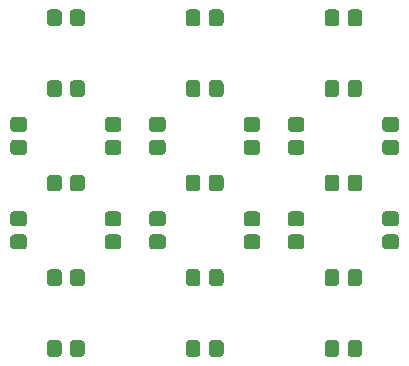
<source format=gbr>
%TF.GenerationSoftware,KiCad,Pcbnew,(5.1.0-0)*%
%TF.CreationDate,2020-07-09T23:17:02+02:00*%
%TF.ProjectId,POxiM-wristcomputer,504f7869-4d2d-4777-9269-7374636f6d70,A*%
%TF.SameCoordinates,Original*%
%TF.FileFunction,Paste,Bot*%
%TF.FilePolarity,Positive*%
%FSLAX46Y46*%
G04 Gerber Fmt 4.6, Leading zero omitted, Abs format (unit mm)*
G04 Created by KiCad (PCBNEW (5.1.0-0)) date 2020-07-09 23:17:02*
%MOMM*%
%LPD*%
G04 APERTURE LIST*
%ADD10C,0.100000*%
%ADD11C,1.250000*%
G04 APERTURE END LIST*
D10*
%TO.C,D33*%
G36*
X77618130Y-138801505D02*
G01*
X77648466Y-138806005D01*
X77678214Y-138813456D01*
X77707089Y-138823788D01*
X77734811Y-138836900D01*
X77761116Y-138852666D01*
X77785748Y-138870934D01*
X77808471Y-138891529D01*
X77829066Y-138914252D01*
X77847334Y-138938884D01*
X77863100Y-138965189D01*
X77876212Y-138992911D01*
X77886544Y-139021786D01*
X77893995Y-139051534D01*
X77898495Y-139081870D01*
X77900000Y-139112500D01*
X77900000Y-139887500D01*
X77898495Y-139918130D01*
X77893995Y-139948466D01*
X77886544Y-139978214D01*
X77876212Y-140007089D01*
X77863100Y-140034811D01*
X77847334Y-140061116D01*
X77829066Y-140085748D01*
X77808471Y-140108471D01*
X77785748Y-140129066D01*
X77761116Y-140147334D01*
X77734811Y-140163100D01*
X77707089Y-140176212D01*
X77678214Y-140186544D01*
X77648466Y-140193995D01*
X77618130Y-140198495D01*
X77587500Y-140200000D01*
X76962500Y-140200000D01*
X76931870Y-140198495D01*
X76901534Y-140193995D01*
X76871786Y-140186544D01*
X76842911Y-140176212D01*
X76815189Y-140163100D01*
X76788884Y-140147334D01*
X76764252Y-140129066D01*
X76741529Y-140108471D01*
X76720934Y-140085748D01*
X76702666Y-140061116D01*
X76686900Y-140034811D01*
X76673788Y-140007089D01*
X76663456Y-139978214D01*
X76656005Y-139948466D01*
X76651505Y-139918130D01*
X76650000Y-139887500D01*
X76650000Y-139112500D01*
X76651505Y-139081870D01*
X76656005Y-139051534D01*
X76663456Y-139021786D01*
X76673788Y-138992911D01*
X76686900Y-138965189D01*
X76702666Y-138938884D01*
X76720934Y-138914252D01*
X76741529Y-138891529D01*
X76764252Y-138870934D01*
X76788884Y-138852666D01*
X76815189Y-138836900D01*
X76842911Y-138823788D01*
X76871786Y-138813456D01*
X76901534Y-138806005D01*
X76931870Y-138801505D01*
X76962500Y-138800000D01*
X77587500Y-138800000D01*
X77618130Y-138801505D01*
X77618130Y-138801505D01*
G37*
D11*
X77275000Y-139500000D03*
D10*
G36*
X79568130Y-138801505D02*
G01*
X79598466Y-138806005D01*
X79628214Y-138813456D01*
X79657089Y-138823788D01*
X79684811Y-138836900D01*
X79711116Y-138852666D01*
X79735748Y-138870934D01*
X79758471Y-138891529D01*
X79779066Y-138914252D01*
X79797334Y-138938884D01*
X79813100Y-138965189D01*
X79826212Y-138992911D01*
X79836544Y-139021786D01*
X79843995Y-139051534D01*
X79848495Y-139081870D01*
X79850000Y-139112500D01*
X79850000Y-139887500D01*
X79848495Y-139918130D01*
X79843995Y-139948466D01*
X79836544Y-139978214D01*
X79826212Y-140007089D01*
X79813100Y-140034811D01*
X79797334Y-140061116D01*
X79779066Y-140085748D01*
X79758471Y-140108471D01*
X79735748Y-140129066D01*
X79711116Y-140147334D01*
X79684811Y-140163100D01*
X79657089Y-140176212D01*
X79628214Y-140186544D01*
X79598466Y-140193995D01*
X79568130Y-140198495D01*
X79537500Y-140200000D01*
X78912500Y-140200000D01*
X78881870Y-140198495D01*
X78851534Y-140193995D01*
X78821786Y-140186544D01*
X78792911Y-140176212D01*
X78765189Y-140163100D01*
X78738884Y-140147334D01*
X78714252Y-140129066D01*
X78691529Y-140108471D01*
X78670934Y-140085748D01*
X78652666Y-140061116D01*
X78636900Y-140034811D01*
X78623788Y-140007089D01*
X78613456Y-139978214D01*
X78606005Y-139948466D01*
X78601505Y-139918130D01*
X78600000Y-139887500D01*
X78600000Y-139112500D01*
X78601505Y-139081870D01*
X78606005Y-139051534D01*
X78613456Y-139021786D01*
X78623788Y-138992911D01*
X78636900Y-138965189D01*
X78652666Y-138938884D01*
X78670934Y-138914252D01*
X78691529Y-138891529D01*
X78714252Y-138870934D01*
X78738884Y-138852666D01*
X78765189Y-138836900D01*
X78792911Y-138823788D01*
X78821786Y-138813456D01*
X78851534Y-138806005D01*
X78881870Y-138801505D01*
X78912500Y-138800000D01*
X79537500Y-138800000D01*
X79568130Y-138801505D01*
X79568130Y-138801505D01*
G37*
D11*
X79225000Y-139500000D03*
%TD*%
D10*
%TO.C,D32*%
G36*
X74668130Y-133901505D02*
G01*
X74698466Y-133906005D01*
X74728214Y-133913456D01*
X74757089Y-133923788D01*
X74784811Y-133936900D01*
X74811116Y-133952666D01*
X74835748Y-133970934D01*
X74858471Y-133991529D01*
X74879066Y-134014252D01*
X74897334Y-134038884D01*
X74913100Y-134065189D01*
X74926212Y-134092911D01*
X74936544Y-134121786D01*
X74943995Y-134151534D01*
X74948495Y-134181870D01*
X74950000Y-134212500D01*
X74950000Y-134837500D01*
X74948495Y-134868130D01*
X74943995Y-134898466D01*
X74936544Y-134928214D01*
X74926212Y-134957089D01*
X74913100Y-134984811D01*
X74897334Y-135011116D01*
X74879066Y-135035748D01*
X74858471Y-135058471D01*
X74835748Y-135079066D01*
X74811116Y-135097334D01*
X74784811Y-135113100D01*
X74757089Y-135126212D01*
X74728214Y-135136544D01*
X74698466Y-135143995D01*
X74668130Y-135148495D01*
X74637500Y-135150000D01*
X73862500Y-135150000D01*
X73831870Y-135148495D01*
X73801534Y-135143995D01*
X73771786Y-135136544D01*
X73742911Y-135126212D01*
X73715189Y-135113100D01*
X73688884Y-135097334D01*
X73664252Y-135079066D01*
X73641529Y-135058471D01*
X73620934Y-135035748D01*
X73602666Y-135011116D01*
X73586900Y-134984811D01*
X73573788Y-134957089D01*
X73563456Y-134928214D01*
X73556005Y-134898466D01*
X73551505Y-134868130D01*
X73550000Y-134837500D01*
X73550000Y-134212500D01*
X73551505Y-134181870D01*
X73556005Y-134151534D01*
X73563456Y-134121786D01*
X73573788Y-134092911D01*
X73586900Y-134065189D01*
X73602666Y-134038884D01*
X73620934Y-134014252D01*
X73641529Y-133991529D01*
X73664252Y-133970934D01*
X73688884Y-133952666D01*
X73715189Y-133936900D01*
X73742911Y-133923788D01*
X73771786Y-133913456D01*
X73801534Y-133906005D01*
X73831870Y-133901505D01*
X73862500Y-133900000D01*
X74637500Y-133900000D01*
X74668130Y-133901505D01*
X74668130Y-133901505D01*
G37*
D11*
X74250000Y-134525000D03*
D10*
G36*
X74668130Y-135851505D02*
G01*
X74698466Y-135856005D01*
X74728214Y-135863456D01*
X74757089Y-135873788D01*
X74784811Y-135886900D01*
X74811116Y-135902666D01*
X74835748Y-135920934D01*
X74858471Y-135941529D01*
X74879066Y-135964252D01*
X74897334Y-135988884D01*
X74913100Y-136015189D01*
X74926212Y-136042911D01*
X74936544Y-136071786D01*
X74943995Y-136101534D01*
X74948495Y-136131870D01*
X74950000Y-136162500D01*
X74950000Y-136787500D01*
X74948495Y-136818130D01*
X74943995Y-136848466D01*
X74936544Y-136878214D01*
X74926212Y-136907089D01*
X74913100Y-136934811D01*
X74897334Y-136961116D01*
X74879066Y-136985748D01*
X74858471Y-137008471D01*
X74835748Y-137029066D01*
X74811116Y-137047334D01*
X74784811Y-137063100D01*
X74757089Y-137076212D01*
X74728214Y-137086544D01*
X74698466Y-137093995D01*
X74668130Y-137098495D01*
X74637500Y-137100000D01*
X73862500Y-137100000D01*
X73831870Y-137098495D01*
X73801534Y-137093995D01*
X73771786Y-137086544D01*
X73742911Y-137076212D01*
X73715189Y-137063100D01*
X73688884Y-137047334D01*
X73664252Y-137029066D01*
X73641529Y-137008471D01*
X73620934Y-136985748D01*
X73602666Y-136961116D01*
X73586900Y-136934811D01*
X73573788Y-136907089D01*
X73563456Y-136878214D01*
X73556005Y-136848466D01*
X73551505Y-136818130D01*
X73550000Y-136787500D01*
X73550000Y-136162500D01*
X73551505Y-136131870D01*
X73556005Y-136101534D01*
X73563456Y-136071786D01*
X73573788Y-136042911D01*
X73586900Y-136015189D01*
X73602666Y-135988884D01*
X73620934Y-135964252D01*
X73641529Y-135941529D01*
X73664252Y-135920934D01*
X73688884Y-135902666D01*
X73715189Y-135886900D01*
X73742911Y-135873788D01*
X73771786Y-135863456D01*
X73801534Y-135856005D01*
X73831870Y-135851505D01*
X73862500Y-135850000D01*
X74637500Y-135850000D01*
X74668130Y-135851505D01*
X74668130Y-135851505D01*
G37*
D11*
X74250000Y-136475000D03*
%TD*%
D10*
%TO.C,D31*%
G36*
X79568130Y-144801505D02*
G01*
X79598466Y-144806005D01*
X79628214Y-144813456D01*
X79657089Y-144823788D01*
X79684811Y-144836900D01*
X79711116Y-144852666D01*
X79735748Y-144870934D01*
X79758471Y-144891529D01*
X79779066Y-144914252D01*
X79797334Y-144938884D01*
X79813100Y-144965189D01*
X79826212Y-144992911D01*
X79836544Y-145021786D01*
X79843995Y-145051534D01*
X79848495Y-145081870D01*
X79850000Y-145112500D01*
X79850000Y-145887500D01*
X79848495Y-145918130D01*
X79843995Y-145948466D01*
X79836544Y-145978214D01*
X79826212Y-146007089D01*
X79813100Y-146034811D01*
X79797334Y-146061116D01*
X79779066Y-146085748D01*
X79758471Y-146108471D01*
X79735748Y-146129066D01*
X79711116Y-146147334D01*
X79684811Y-146163100D01*
X79657089Y-146176212D01*
X79628214Y-146186544D01*
X79598466Y-146193995D01*
X79568130Y-146198495D01*
X79537500Y-146200000D01*
X78912500Y-146200000D01*
X78881870Y-146198495D01*
X78851534Y-146193995D01*
X78821786Y-146186544D01*
X78792911Y-146176212D01*
X78765189Y-146163100D01*
X78738884Y-146147334D01*
X78714252Y-146129066D01*
X78691529Y-146108471D01*
X78670934Y-146085748D01*
X78652666Y-146061116D01*
X78636900Y-146034811D01*
X78623788Y-146007089D01*
X78613456Y-145978214D01*
X78606005Y-145948466D01*
X78601505Y-145918130D01*
X78600000Y-145887500D01*
X78600000Y-145112500D01*
X78601505Y-145081870D01*
X78606005Y-145051534D01*
X78613456Y-145021786D01*
X78623788Y-144992911D01*
X78636900Y-144965189D01*
X78652666Y-144938884D01*
X78670934Y-144914252D01*
X78691529Y-144891529D01*
X78714252Y-144870934D01*
X78738884Y-144852666D01*
X78765189Y-144836900D01*
X78792911Y-144823788D01*
X78821786Y-144813456D01*
X78851534Y-144806005D01*
X78881870Y-144801505D01*
X78912500Y-144800000D01*
X79537500Y-144800000D01*
X79568130Y-144801505D01*
X79568130Y-144801505D01*
G37*
D11*
X79225000Y-145500000D03*
D10*
G36*
X77618130Y-144801505D02*
G01*
X77648466Y-144806005D01*
X77678214Y-144813456D01*
X77707089Y-144823788D01*
X77734811Y-144836900D01*
X77761116Y-144852666D01*
X77785748Y-144870934D01*
X77808471Y-144891529D01*
X77829066Y-144914252D01*
X77847334Y-144938884D01*
X77863100Y-144965189D01*
X77876212Y-144992911D01*
X77886544Y-145021786D01*
X77893995Y-145051534D01*
X77898495Y-145081870D01*
X77900000Y-145112500D01*
X77900000Y-145887500D01*
X77898495Y-145918130D01*
X77893995Y-145948466D01*
X77886544Y-145978214D01*
X77876212Y-146007089D01*
X77863100Y-146034811D01*
X77847334Y-146061116D01*
X77829066Y-146085748D01*
X77808471Y-146108471D01*
X77785748Y-146129066D01*
X77761116Y-146147334D01*
X77734811Y-146163100D01*
X77707089Y-146176212D01*
X77678214Y-146186544D01*
X77648466Y-146193995D01*
X77618130Y-146198495D01*
X77587500Y-146200000D01*
X76962500Y-146200000D01*
X76931870Y-146198495D01*
X76901534Y-146193995D01*
X76871786Y-146186544D01*
X76842911Y-146176212D01*
X76815189Y-146163100D01*
X76788884Y-146147334D01*
X76764252Y-146129066D01*
X76741529Y-146108471D01*
X76720934Y-146085748D01*
X76702666Y-146061116D01*
X76686900Y-146034811D01*
X76673788Y-146007089D01*
X76663456Y-145978214D01*
X76656005Y-145948466D01*
X76651505Y-145918130D01*
X76650000Y-145887500D01*
X76650000Y-145112500D01*
X76651505Y-145081870D01*
X76656005Y-145051534D01*
X76663456Y-145021786D01*
X76673788Y-144992911D01*
X76686900Y-144965189D01*
X76702666Y-144938884D01*
X76720934Y-144914252D01*
X76741529Y-144891529D01*
X76764252Y-144870934D01*
X76788884Y-144852666D01*
X76815189Y-144836900D01*
X76842911Y-144823788D01*
X76871786Y-144813456D01*
X76901534Y-144806005D01*
X76931870Y-144801505D01*
X76962500Y-144800000D01*
X77587500Y-144800000D01*
X77618130Y-144801505D01*
X77618130Y-144801505D01*
G37*
D11*
X77275000Y-145500000D03*
%TD*%
D10*
%TO.C,D30*%
G36*
X82668130Y-135851505D02*
G01*
X82698466Y-135856005D01*
X82728214Y-135863456D01*
X82757089Y-135873788D01*
X82784811Y-135886900D01*
X82811116Y-135902666D01*
X82835748Y-135920934D01*
X82858471Y-135941529D01*
X82879066Y-135964252D01*
X82897334Y-135988884D01*
X82913100Y-136015189D01*
X82926212Y-136042911D01*
X82936544Y-136071786D01*
X82943995Y-136101534D01*
X82948495Y-136131870D01*
X82950000Y-136162500D01*
X82950000Y-136787500D01*
X82948495Y-136818130D01*
X82943995Y-136848466D01*
X82936544Y-136878214D01*
X82926212Y-136907089D01*
X82913100Y-136934811D01*
X82897334Y-136961116D01*
X82879066Y-136985748D01*
X82858471Y-137008471D01*
X82835748Y-137029066D01*
X82811116Y-137047334D01*
X82784811Y-137063100D01*
X82757089Y-137076212D01*
X82728214Y-137086544D01*
X82698466Y-137093995D01*
X82668130Y-137098495D01*
X82637500Y-137100000D01*
X81862500Y-137100000D01*
X81831870Y-137098495D01*
X81801534Y-137093995D01*
X81771786Y-137086544D01*
X81742911Y-137076212D01*
X81715189Y-137063100D01*
X81688884Y-137047334D01*
X81664252Y-137029066D01*
X81641529Y-137008471D01*
X81620934Y-136985748D01*
X81602666Y-136961116D01*
X81586900Y-136934811D01*
X81573788Y-136907089D01*
X81563456Y-136878214D01*
X81556005Y-136848466D01*
X81551505Y-136818130D01*
X81550000Y-136787500D01*
X81550000Y-136162500D01*
X81551505Y-136131870D01*
X81556005Y-136101534D01*
X81563456Y-136071786D01*
X81573788Y-136042911D01*
X81586900Y-136015189D01*
X81602666Y-135988884D01*
X81620934Y-135964252D01*
X81641529Y-135941529D01*
X81664252Y-135920934D01*
X81688884Y-135902666D01*
X81715189Y-135886900D01*
X81742911Y-135873788D01*
X81771786Y-135863456D01*
X81801534Y-135856005D01*
X81831870Y-135851505D01*
X81862500Y-135850000D01*
X82637500Y-135850000D01*
X82668130Y-135851505D01*
X82668130Y-135851505D01*
G37*
D11*
X82250000Y-136475000D03*
D10*
G36*
X82668130Y-133901505D02*
G01*
X82698466Y-133906005D01*
X82728214Y-133913456D01*
X82757089Y-133923788D01*
X82784811Y-133936900D01*
X82811116Y-133952666D01*
X82835748Y-133970934D01*
X82858471Y-133991529D01*
X82879066Y-134014252D01*
X82897334Y-134038884D01*
X82913100Y-134065189D01*
X82926212Y-134092911D01*
X82936544Y-134121786D01*
X82943995Y-134151534D01*
X82948495Y-134181870D01*
X82950000Y-134212500D01*
X82950000Y-134837500D01*
X82948495Y-134868130D01*
X82943995Y-134898466D01*
X82936544Y-134928214D01*
X82926212Y-134957089D01*
X82913100Y-134984811D01*
X82897334Y-135011116D01*
X82879066Y-135035748D01*
X82858471Y-135058471D01*
X82835748Y-135079066D01*
X82811116Y-135097334D01*
X82784811Y-135113100D01*
X82757089Y-135126212D01*
X82728214Y-135136544D01*
X82698466Y-135143995D01*
X82668130Y-135148495D01*
X82637500Y-135150000D01*
X81862500Y-135150000D01*
X81831870Y-135148495D01*
X81801534Y-135143995D01*
X81771786Y-135136544D01*
X81742911Y-135126212D01*
X81715189Y-135113100D01*
X81688884Y-135097334D01*
X81664252Y-135079066D01*
X81641529Y-135058471D01*
X81620934Y-135035748D01*
X81602666Y-135011116D01*
X81586900Y-134984811D01*
X81573788Y-134957089D01*
X81563456Y-134928214D01*
X81556005Y-134898466D01*
X81551505Y-134868130D01*
X81550000Y-134837500D01*
X81550000Y-134212500D01*
X81551505Y-134181870D01*
X81556005Y-134151534D01*
X81563456Y-134121786D01*
X81573788Y-134092911D01*
X81586900Y-134065189D01*
X81602666Y-134038884D01*
X81620934Y-134014252D01*
X81641529Y-133991529D01*
X81664252Y-133970934D01*
X81688884Y-133952666D01*
X81715189Y-133936900D01*
X81742911Y-133923788D01*
X81771786Y-133913456D01*
X81801534Y-133906005D01*
X81831870Y-133901505D01*
X81862500Y-133900000D01*
X82637500Y-133900000D01*
X82668130Y-133901505D01*
X82668130Y-133901505D01*
G37*
D11*
X82250000Y-134525000D03*
%TD*%
D10*
%TO.C,D29*%
G36*
X103068130Y-144801505D02*
G01*
X103098466Y-144806005D01*
X103128214Y-144813456D01*
X103157089Y-144823788D01*
X103184811Y-144836900D01*
X103211116Y-144852666D01*
X103235748Y-144870934D01*
X103258471Y-144891529D01*
X103279066Y-144914252D01*
X103297334Y-144938884D01*
X103313100Y-144965189D01*
X103326212Y-144992911D01*
X103336544Y-145021786D01*
X103343995Y-145051534D01*
X103348495Y-145081870D01*
X103350000Y-145112500D01*
X103350000Y-145887500D01*
X103348495Y-145918130D01*
X103343995Y-145948466D01*
X103336544Y-145978214D01*
X103326212Y-146007089D01*
X103313100Y-146034811D01*
X103297334Y-146061116D01*
X103279066Y-146085748D01*
X103258471Y-146108471D01*
X103235748Y-146129066D01*
X103211116Y-146147334D01*
X103184811Y-146163100D01*
X103157089Y-146176212D01*
X103128214Y-146186544D01*
X103098466Y-146193995D01*
X103068130Y-146198495D01*
X103037500Y-146200000D01*
X102412500Y-146200000D01*
X102381870Y-146198495D01*
X102351534Y-146193995D01*
X102321786Y-146186544D01*
X102292911Y-146176212D01*
X102265189Y-146163100D01*
X102238884Y-146147334D01*
X102214252Y-146129066D01*
X102191529Y-146108471D01*
X102170934Y-146085748D01*
X102152666Y-146061116D01*
X102136900Y-146034811D01*
X102123788Y-146007089D01*
X102113456Y-145978214D01*
X102106005Y-145948466D01*
X102101505Y-145918130D01*
X102100000Y-145887500D01*
X102100000Y-145112500D01*
X102101505Y-145081870D01*
X102106005Y-145051534D01*
X102113456Y-145021786D01*
X102123788Y-144992911D01*
X102136900Y-144965189D01*
X102152666Y-144938884D01*
X102170934Y-144914252D01*
X102191529Y-144891529D01*
X102214252Y-144870934D01*
X102238884Y-144852666D01*
X102265189Y-144836900D01*
X102292911Y-144823788D01*
X102321786Y-144813456D01*
X102351534Y-144806005D01*
X102381870Y-144801505D01*
X102412500Y-144800000D01*
X103037500Y-144800000D01*
X103068130Y-144801505D01*
X103068130Y-144801505D01*
G37*
D11*
X102725000Y-145500000D03*
D10*
G36*
X101118130Y-144801505D02*
G01*
X101148466Y-144806005D01*
X101178214Y-144813456D01*
X101207089Y-144823788D01*
X101234811Y-144836900D01*
X101261116Y-144852666D01*
X101285748Y-144870934D01*
X101308471Y-144891529D01*
X101329066Y-144914252D01*
X101347334Y-144938884D01*
X101363100Y-144965189D01*
X101376212Y-144992911D01*
X101386544Y-145021786D01*
X101393995Y-145051534D01*
X101398495Y-145081870D01*
X101400000Y-145112500D01*
X101400000Y-145887500D01*
X101398495Y-145918130D01*
X101393995Y-145948466D01*
X101386544Y-145978214D01*
X101376212Y-146007089D01*
X101363100Y-146034811D01*
X101347334Y-146061116D01*
X101329066Y-146085748D01*
X101308471Y-146108471D01*
X101285748Y-146129066D01*
X101261116Y-146147334D01*
X101234811Y-146163100D01*
X101207089Y-146176212D01*
X101178214Y-146186544D01*
X101148466Y-146193995D01*
X101118130Y-146198495D01*
X101087500Y-146200000D01*
X100462500Y-146200000D01*
X100431870Y-146198495D01*
X100401534Y-146193995D01*
X100371786Y-146186544D01*
X100342911Y-146176212D01*
X100315189Y-146163100D01*
X100288884Y-146147334D01*
X100264252Y-146129066D01*
X100241529Y-146108471D01*
X100220934Y-146085748D01*
X100202666Y-146061116D01*
X100186900Y-146034811D01*
X100173788Y-146007089D01*
X100163456Y-145978214D01*
X100156005Y-145948466D01*
X100151505Y-145918130D01*
X100150000Y-145887500D01*
X100150000Y-145112500D01*
X100151505Y-145081870D01*
X100156005Y-145051534D01*
X100163456Y-145021786D01*
X100173788Y-144992911D01*
X100186900Y-144965189D01*
X100202666Y-144938884D01*
X100220934Y-144914252D01*
X100241529Y-144891529D01*
X100264252Y-144870934D01*
X100288884Y-144852666D01*
X100315189Y-144836900D01*
X100342911Y-144823788D01*
X100371786Y-144813456D01*
X100401534Y-144806005D01*
X100431870Y-144801505D01*
X100462500Y-144800000D01*
X101087500Y-144800000D01*
X101118130Y-144801505D01*
X101118130Y-144801505D01*
G37*
D11*
X100775000Y-145500000D03*
%TD*%
D10*
%TO.C,D28*%
G36*
X77618130Y-130801505D02*
G01*
X77648466Y-130806005D01*
X77678214Y-130813456D01*
X77707089Y-130823788D01*
X77734811Y-130836900D01*
X77761116Y-130852666D01*
X77785748Y-130870934D01*
X77808471Y-130891529D01*
X77829066Y-130914252D01*
X77847334Y-130938884D01*
X77863100Y-130965189D01*
X77876212Y-130992911D01*
X77886544Y-131021786D01*
X77893995Y-131051534D01*
X77898495Y-131081870D01*
X77900000Y-131112500D01*
X77900000Y-131887500D01*
X77898495Y-131918130D01*
X77893995Y-131948466D01*
X77886544Y-131978214D01*
X77876212Y-132007089D01*
X77863100Y-132034811D01*
X77847334Y-132061116D01*
X77829066Y-132085748D01*
X77808471Y-132108471D01*
X77785748Y-132129066D01*
X77761116Y-132147334D01*
X77734811Y-132163100D01*
X77707089Y-132176212D01*
X77678214Y-132186544D01*
X77648466Y-132193995D01*
X77618130Y-132198495D01*
X77587500Y-132200000D01*
X76962500Y-132200000D01*
X76931870Y-132198495D01*
X76901534Y-132193995D01*
X76871786Y-132186544D01*
X76842911Y-132176212D01*
X76815189Y-132163100D01*
X76788884Y-132147334D01*
X76764252Y-132129066D01*
X76741529Y-132108471D01*
X76720934Y-132085748D01*
X76702666Y-132061116D01*
X76686900Y-132034811D01*
X76673788Y-132007089D01*
X76663456Y-131978214D01*
X76656005Y-131948466D01*
X76651505Y-131918130D01*
X76650000Y-131887500D01*
X76650000Y-131112500D01*
X76651505Y-131081870D01*
X76656005Y-131051534D01*
X76663456Y-131021786D01*
X76673788Y-130992911D01*
X76686900Y-130965189D01*
X76702666Y-130938884D01*
X76720934Y-130914252D01*
X76741529Y-130891529D01*
X76764252Y-130870934D01*
X76788884Y-130852666D01*
X76815189Y-130836900D01*
X76842911Y-130823788D01*
X76871786Y-130813456D01*
X76901534Y-130806005D01*
X76931870Y-130801505D01*
X76962500Y-130800000D01*
X77587500Y-130800000D01*
X77618130Y-130801505D01*
X77618130Y-130801505D01*
G37*
D11*
X77275000Y-131500000D03*
D10*
G36*
X79568130Y-130801505D02*
G01*
X79598466Y-130806005D01*
X79628214Y-130813456D01*
X79657089Y-130823788D01*
X79684811Y-130836900D01*
X79711116Y-130852666D01*
X79735748Y-130870934D01*
X79758471Y-130891529D01*
X79779066Y-130914252D01*
X79797334Y-130938884D01*
X79813100Y-130965189D01*
X79826212Y-130992911D01*
X79836544Y-131021786D01*
X79843995Y-131051534D01*
X79848495Y-131081870D01*
X79850000Y-131112500D01*
X79850000Y-131887500D01*
X79848495Y-131918130D01*
X79843995Y-131948466D01*
X79836544Y-131978214D01*
X79826212Y-132007089D01*
X79813100Y-132034811D01*
X79797334Y-132061116D01*
X79779066Y-132085748D01*
X79758471Y-132108471D01*
X79735748Y-132129066D01*
X79711116Y-132147334D01*
X79684811Y-132163100D01*
X79657089Y-132176212D01*
X79628214Y-132186544D01*
X79598466Y-132193995D01*
X79568130Y-132198495D01*
X79537500Y-132200000D01*
X78912500Y-132200000D01*
X78881870Y-132198495D01*
X78851534Y-132193995D01*
X78821786Y-132186544D01*
X78792911Y-132176212D01*
X78765189Y-132163100D01*
X78738884Y-132147334D01*
X78714252Y-132129066D01*
X78691529Y-132108471D01*
X78670934Y-132085748D01*
X78652666Y-132061116D01*
X78636900Y-132034811D01*
X78623788Y-132007089D01*
X78613456Y-131978214D01*
X78606005Y-131948466D01*
X78601505Y-131918130D01*
X78600000Y-131887500D01*
X78600000Y-131112500D01*
X78601505Y-131081870D01*
X78606005Y-131051534D01*
X78613456Y-131021786D01*
X78623788Y-130992911D01*
X78636900Y-130965189D01*
X78652666Y-130938884D01*
X78670934Y-130914252D01*
X78691529Y-130891529D01*
X78714252Y-130870934D01*
X78738884Y-130852666D01*
X78765189Y-130836900D01*
X78792911Y-130823788D01*
X78821786Y-130813456D01*
X78851534Y-130806005D01*
X78881870Y-130801505D01*
X78912500Y-130800000D01*
X79537500Y-130800000D01*
X79568130Y-130801505D01*
X79568130Y-130801505D01*
G37*
D11*
X79225000Y-131500000D03*
%TD*%
D10*
%TO.C,D27*%
G36*
X89368130Y-144801505D02*
G01*
X89398466Y-144806005D01*
X89428214Y-144813456D01*
X89457089Y-144823788D01*
X89484811Y-144836900D01*
X89511116Y-144852666D01*
X89535748Y-144870934D01*
X89558471Y-144891529D01*
X89579066Y-144914252D01*
X89597334Y-144938884D01*
X89613100Y-144965189D01*
X89626212Y-144992911D01*
X89636544Y-145021786D01*
X89643995Y-145051534D01*
X89648495Y-145081870D01*
X89650000Y-145112500D01*
X89650000Y-145887500D01*
X89648495Y-145918130D01*
X89643995Y-145948466D01*
X89636544Y-145978214D01*
X89626212Y-146007089D01*
X89613100Y-146034811D01*
X89597334Y-146061116D01*
X89579066Y-146085748D01*
X89558471Y-146108471D01*
X89535748Y-146129066D01*
X89511116Y-146147334D01*
X89484811Y-146163100D01*
X89457089Y-146176212D01*
X89428214Y-146186544D01*
X89398466Y-146193995D01*
X89368130Y-146198495D01*
X89337500Y-146200000D01*
X88712500Y-146200000D01*
X88681870Y-146198495D01*
X88651534Y-146193995D01*
X88621786Y-146186544D01*
X88592911Y-146176212D01*
X88565189Y-146163100D01*
X88538884Y-146147334D01*
X88514252Y-146129066D01*
X88491529Y-146108471D01*
X88470934Y-146085748D01*
X88452666Y-146061116D01*
X88436900Y-146034811D01*
X88423788Y-146007089D01*
X88413456Y-145978214D01*
X88406005Y-145948466D01*
X88401505Y-145918130D01*
X88400000Y-145887500D01*
X88400000Y-145112500D01*
X88401505Y-145081870D01*
X88406005Y-145051534D01*
X88413456Y-145021786D01*
X88423788Y-144992911D01*
X88436900Y-144965189D01*
X88452666Y-144938884D01*
X88470934Y-144914252D01*
X88491529Y-144891529D01*
X88514252Y-144870934D01*
X88538884Y-144852666D01*
X88565189Y-144836900D01*
X88592911Y-144823788D01*
X88621786Y-144813456D01*
X88651534Y-144806005D01*
X88681870Y-144801505D01*
X88712500Y-144800000D01*
X89337500Y-144800000D01*
X89368130Y-144801505D01*
X89368130Y-144801505D01*
G37*
D11*
X89025000Y-145500000D03*
D10*
G36*
X91318130Y-144801505D02*
G01*
X91348466Y-144806005D01*
X91378214Y-144813456D01*
X91407089Y-144823788D01*
X91434811Y-144836900D01*
X91461116Y-144852666D01*
X91485748Y-144870934D01*
X91508471Y-144891529D01*
X91529066Y-144914252D01*
X91547334Y-144938884D01*
X91563100Y-144965189D01*
X91576212Y-144992911D01*
X91586544Y-145021786D01*
X91593995Y-145051534D01*
X91598495Y-145081870D01*
X91600000Y-145112500D01*
X91600000Y-145887500D01*
X91598495Y-145918130D01*
X91593995Y-145948466D01*
X91586544Y-145978214D01*
X91576212Y-146007089D01*
X91563100Y-146034811D01*
X91547334Y-146061116D01*
X91529066Y-146085748D01*
X91508471Y-146108471D01*
X91485748Y-146129066D01*
X91461116Y-146147334D01*
X91434811Y-146163100D01*
X91407089Y-146176212D01*
X91378214Y-146186544D01*
X91348466Y-146193995D01*
X91318130Y-146198495D01*
X91287500Y-146200000D01*
X90662500Y-146200000D01*
X90631870Y-146198495D01*
X90601534Y-146193995D01*
X90571786Y-146186544D01*
X90542911Y-146176212D01*
X90515189Y-146163100D01*
X90488884Y-146147334D01*
X90464252Y-146129066D01*
X90441529Y-146108471D01*
X90420934Y-146085748D01*
X90402666Y-146061116D01*
X90386900Y-146034811D01*
X90373788Y-146007089D01*
X90363456Y-145978214D01*
X90356005Y-145948466D01*
X90351505Y-145918130D01*
X90350000Y-145887500D01*
X90350000Y-145112500D01*
X90351505Y-145081870D01*
X90356005Y-145051534D01*
X90363456Y-145021786D01*
X90373788Y-144992911D01*
X90386900Y-144965189D01*
X90402666Y-144938884D01*
X90420934Y-144914252D01*
X90441529Y-144891529D01*
X90464252Y-144870934D01*
X90488884Y-144852666D01*
X90515189Y-144836900D01*
X90542911Y-144823788D01*
X90571786Y-144813456D01*
X90601534Y-144806005D01*
X90631870Y-144801505D01*
X90662500Y-144800000D01*
X91287500Y-144800000D01*
X91318130Y-144801505D01*
X91318130Y-144801505D01*
G37*
D11*
X90975000Y-145500000D03*
%TD*%
D10*
%TO.C,D26*%
G36*
X74668130Y-127851505D02*
G01*
X74698466Y-127856005D01*
X74728214Y-127863456D01*
X74757089Y-127873788D01*
X74784811Y-127886900D01*
X74811116Y-127902666D01*
X74835748Y-127920934D01*
X74858471Y-127941529D01*
X74879066Y-127964252D01*
X74897334Y-127988884D01*
X74913100Y-128015189D01*
X74926212Y-128042911D01*
X74936544Y-128071786D01*
X74943995Y-128101534D01*
X74948495Y-128131870D01*
X74950000Y-128162500D01*
X74950000Y-128787500D01*
X74948495Y-128818130D01*
X74943995Y-128848466D01*
X74936544Y-128878214D01*
X74926212Y-128907089D01*
X74913100Y-128934811D01*
X74897334Y-128961116D01*
X74879066Y-128985748D01*
X74858471Y-129008471D01*
X74835748Y-129029066D01*
X74811116Y-129047334D01*
X74784811Y-129063100D01*
X74757089Y-129076212D01*
X74728214Y-129086544D01*
X74698466Y-129093995D01*
X74668130Y-129098495D01*
X74637500Y-129100000D01*
X73862500Y-129100000D01*
X73831870Y-129098495D01*
X73801534Y-129093995D01*
X73771786Y-129086544D01*
X73742911Y-129076212D01*
X73715189Y-129063100D01*
X73688884Y-129047334D01*
X73664252Y-129029066D01*
X73641529Y-129008471D01*
X73620934Y-128985748D01*
X73602666Y-128961116D01*
X73586900Y-128934811D01*
X73573788Y-128907089D01*
X73563456Y-128878214D01*
X73556005Y-128848466D01*
X73551505Y-128818130D01*
X73550000Y-128787500D01*
X73550000Y-128162500D01*
X73551505Y-128131870D01*
X73556005Y-128101534D01*
X73563456Y-128071786D01*
X73573788Y-128042911D01*
X73586900Y-128015189D01*
X73602666Y-127988884D01*
X73620934Y-127964252D01*
X73641529Y-127941529D01*
X73664252Y-127920934D01*
X73688884Y-127902666D01*
X73715189Y-127886900D01*
X73742911Y-127873788D01*
X73771786Y-127863456D01*
X73801534Y-127856005D01*
X73831870Y-127851505D01*
X73862500Y-127850000D01*
X74637500Y-127850000D01*
X74668130Y-127851505D01*
X74668130Y-127851505D01*
G37*
D11*
X74250000Y-128475000D03*
D10*
G36*
X74668130Y-125901505D02*
G01*
X74698466Y-125906005D01*
X74728214Y-125913456D01*
X74757089Y-125923788D01*
X74784811Y-125936900D01*
X74811116Y-125952666D01*
X74835748Y-125970934D01*
X74858471Y-125991529D01*
X74879066Y-126014252D01*
X74897334Y-126038884D01*
X74913100Y-126065189D01*
X74926212Y-126092911D01*
X74936544Y-126121786D01*
X74943995Y-126151534D01*
X74948495Y-126181870D01*
X74950000Y-126212500D01*
X74950000Y-126837500D01*
X74948495Y-126868130D01*
X74943995Y-126898466D01*
X74936544Y-126928214D01*
X74926212Y-126957089D01*
X74913100Y-126984811D01*
X74897334Y-127011116D01*
X74879066Y-127035748D01*
X74858471Y-127058471D01*
X74835748Y-127079066D01*
X74811116Y-127097334D01*
X74784811Y-127113100D01*
X74757089Y-127126212D01*
X74728214Y-127136544D01*
X74698466Y-127143995D01*
X74668130Y-127148495D01*
X74637500Y-127150000D01*
X73862500Y-127150000D01*
X73831870Y-127148495D01*
X73801534Y-127143995D01*
X73771786Y-127136544D01*
X73742911Y-127126212D01*
X73715189Y-127113100D01*
X73688884Y-127097334D01*
X73664252Y-127079066D01*
X73641529Y-127058471D01*
X73620934Y-127035748D01*
X73602666Y-127011116D01*
X73586900Y-126984811D01*
X73573788Y-126957089D01*
X73563456Y-126928214D01*
X73556005Y-126898466D01*
X73551505Y-126868130D01*
X73550000Y-126837500D01*
X73550000Y-126212500D01*
X73551505Y-126181870D01*
X73556005Y-126151534D01*
X73563456Y-126121786D01*
X73573788Y-126092911D01*
X73586900Y-126065189D01*
X73602666Y-126038884D01*
X73620934Y-126014252D01*
X73641529Y-125991529D01*
X73664252Y-125970934D01*
X73688884Y-125952666D01*
X73715189Y-125936900D01*
X73742911Y-125923788D01*
X73771786Y-125913456D01*
X73801534Y-125906005D01*
X73831870Y-125901505D01*
X73862500Y-125900000D01*
X74637500Y-125900000D01*
X74668130Y-125901505D01*
X74668130Y-125901505D01*
G37*
D11*
X74250000Y-126525000D03*
%TD*%
D10*
%TO.C,D25*%
G36*
X79568130Y-116801505D02*
G01*
X79598466Y-116806005D01*
X79628214Y-116813456D01*
X79657089Y-116823788D01*
X79684811Y-116836900D01*
X79711116Y-116852666D01*
X79735748Y-116870934D01*
X79758471Y-116891529D01*
X79779066Y-116914252D01*
X79797334Y-116938884D01*
X79813100Y-116965189D01*
X79826212Y-116992911D01*
X79836544Y-117021786D01*
X79843995Y-117051534D01*
X79848495Y-117081870D01*
X79850000Y-117112500D01*
X79850000Y-117887500D01*
X79848495Y-117918130D01*
X79843995Y-117948466D01*
X79836544Y-117978214D01*
X79826212Y-118007089D01*
X79813100Y-118034811D01*
X79797334Y-118061116D01*
X79779066Y-118085748D01*
X79758471Y-118108471D01*
X79735748Y-118129066D01*
X79711116Y-118147334D01*
X79684811Y-118163100D01*
X79657089Y-118176212D01*
X79628214Y-118186544D01*
X79598466Y-118193995D01*
X79568130Y-118198495D01*
X79537500Y-118200000D01*
X78912500Y-118200000D01*
X78881870Y-118198495D01*
X78851534Y-118193995D01*
X78821786Y-118186544D01*
X78792911Y-118176212D01*
X78765189Y-118163100D01*
X78738884Y-118147334D01*
X78714252Y-118129066D01*
X78691529Y-118108471D01*
X78670934Y-118085748D01*
X78652666Y-118061116D01*
X78636900Y-118034811D01*
X78623788Y-118007089D01*
X78613456Y-117978214D01*
X78606005Y-117948466D01*
X78601505Y-117918130D01*
X78600000Y-117887500D01*
X78600000Y-117112500D01*
X78601505Y-117081870D01*
X78606005Y-117051534D01*
X78613456Y-117021786D01*
X78623788Y-116992911D01*
X78636900Y-116965189D01*
X78652666Y-116938884D01*
X78670934Y-116914252D01*
X78691529Y-116891529D01*
X78714252Y-116870934D01*
X78738884Y-116852666D01*
X78765189Y-116836900D01*
X78792911Y-116823788D01*
X78821786Y-116813456D01*
X78851534Y-116806005D01*
X78881870Y-116801505D01*
X78912500Y-116800000D01*
X79537500Y-116800000D01*
X79568130Y-116801505D01*
X79568130Y-116801505D01*
G37*
D11*
X79225000Y-117500000D03*
D10*
G36*
X77618130Y-116801505D02*
G01*
X77648466Y-116806005D01*
X77678214Y-116813456D01*
X77707089Y-116823788D01*
X77734811Y-116836900D01*
X77761116Y-116852666D01*
X77785748Y-116870934D01*
X77808471Y-116891529D01*
X77829066Y-116914252D01*
X77847334Y-116938884D01*
X77863100Y-116965189D01*
X77876212Y-116992911D01*
X77886544Y-117021786D01*
X77893995Y-117051534D01*
X77898495Y-117081870D01*
X77900000Y-117112500D01*
X77900000Y-117887500D01*
X77898495Y-117918130D01*
X77893995Y-117948466D01*
X77886544Y-117978214D01*
X77876212Y-118007089D01*
X77863100Y-118034811D01*
X77847334Y-118061116D01*
X77829066Y-118085748D01*
X77808471Y-118108471D01*
X77785748Y-118129066D01*
X77761116Y-118147334D01*
X77734811Y-118163100D01*
X77707089Y-118176212D01*
X77678214Y-118186544D01*
X77648466Y-118193995D01*
X77618130Y-118198495D01*
X77587500Y-118200000D01*
X76962500Y-118200000D01*
X76931870Y-118198495D01*
X76901534Y-118193995D01*
X76871786Y-118186544D01*
X76842911Y-118176212D01*
X76815189Y-118163100D01*
X76788884Y-118147334D01*
X76764252Y-118129066D01*
X76741529Y-118108471D01*
X76720934Y-118085748D01*
X76702666Y-118061116D01*
X76686900Y-118034811D01*
X76673788Y-118007089D01*
X76663456Y-117978214D01*
X76656005Y-117948466D01*
X76651505Y-117918130D01*
X76650000Y-117887500D01*
X76650000Y-117112500D01*
X76651505Y-117081870D01*
X76656005Y-117051534D01*
X76663456Y-117021786D01*
X76673788Y-116992911D01*
X76686900Y-116965189D01*
X76702666Y-116938884D01*
X76720934Y-116914252D01*
X76741529Y-116891529D01*
X76764252Y-116870934D01*
X76788884Y-116852666D01*
X76815189Y-116836900D01*
X76842911Y-116823788D01*
X76871786Y-116813456D01*
X76901534Y-116806005D01*
X76931870Y-116801505D01*
X76962500Y-116800000D01*
X77587500Y-116800000D01*
X77618130Y-116801505D01*
X77618130Y-116801505D01*
G37*
D11*
X77275000Y-117500000D03*
%TD*%
D10*
%TO.C,D24*%
G36*
X82668130Y-125901505D02*
G01*
X82698466Y-125906005D01*
X82728214Y-125913456D01*
X82757089Y-125923788D01*
X82784811Y-125936900D01*
X82811116Y-125952666D01*
X82835748Y-125970934D01*
X82858471Y-125991529D01*
X82879066Y-126014252D01*
X82897334Y-126038884D01*
X82913100Y-126065189D01*
X82926212Y-126092911D01*
X82936544Y-126121786D01*
X82943995Y-126151534D01*
X82948495Y-126181870D01*
X82950000Y-126212500D01*
X82950000Y-126837500D01*
X82948495Y-126868130D01*
X82943995Y-126898466D01*
X82936544Y-126928214D01*
X82926212Y-126957089D01*
X82913100Y-126984811D01*
X82897334Y-127011116D01*
X82879066Y-127035748D01*
X82858471Y-127058471D01*
X82835748Y-127079066D01*
X82811116Y-127097334D01*
X82784811Y-127113100D01*
X82757089Y-127126212D01*
X82728214Y-127136544D01*
X82698466Y-127143995D01*
X82668130Y-127148495D01*
X82637500Y-127150000D01*
X81862500Y-127150000D01*
X81831870Y-127148495D01*
X81801534Y-127143995D01*
X81771786Y-127136544D01*
X81742911Y-127126212D01*
X81715189Y-127113100D01*
X81688884Y-127097334D01*
X81664252Y-127079066D01*
X81641529Y-127058471D01*
X81620934Y-127035748D01*
X81602666Y-127011116D01*
X81586900Y-126984811D01*
X81573788Y-126957089D01*
X81563456Y-126928214D01*
X81556005Y-126898466D01*
X81551505Y-126868130D01*
X81550000Y-126837500D01*
X81550000Y-126212500D01*
X81551505Y-126181870D01*
X81556005Y-126151534D01*
X81563456Y-126121786D01*
X81573788Y-126092911D01*
X81586900Y-126065189D01*
X81602666Y-126038884D01*
X81620934Y-126014252D01*
X81641529Y-125991529D01*
X81664252Y-125970934D01*
X81688884Y-125952666D01*
X81715189Y-125936900D01*
X81742911Y-125923788D01*
X81771786Y-125913456D01*
X81801534Y-125906005D01*
X81831870Y-125901505D01*
X81862500Y-125900000D01*
X82637500Y-125900000D01*
X82668130Y-125901505D01*
X82668130Y-125901505D01*
G37*
D11*
X82250000Y-126525000D03*
D10*
G36*
X82668130Y-127851505D02*
G01*
X82698466Y-127856005D01*
X82728214Y-127863456D01*
X82757089Y-127873788D01*
X82784811Y-127886900D01*
X82811116Y-127902666D01*
X82835748Y-127920934D01*
X82858471Y-127941529D01*
X82879066Y-127964252D01*
X82897334Y-127988884D01*
X82913100Y-128015189D01*
X82926212Y-128042911D01*
X82936544Y-128071786D01*
X82943995Y-128101534D01*
X82948495Y-128131870D01*
X82950000Y-128162500D01*
X82950000Y-128787500D01*
X82948495Y-128818130D01*
X82943995Y-128848466D01*
X82936544Y-128878214D01*
X82926212Y-128907089D01*
X82913100Y-128934811D01*
X82897334Y-128961116D01*
X82879066Y-128985748D01*
X82858471Y-129008471D01*
X82835748Y-129029066D01*
X82811116Y-129047334D01*
X82784811Y-129063100D01*
X82757089Y-129076212D01*
X82728214Y-129086544D01*
X82698466Y-129093995D01*
X82668130Y-129098495D01*
X82637500Y-129100000D01*
X81862500Y-129100000D01*
X81831870Y-129098495D01*
X81801534Y-129093995D01*
X81771786Y-129086544D01*
X81742911Y-129076212D01*
X81715189Y-129063100D01*
X81688884Y-129047334D01*
X81664252Y-129029066D01*
X81641529Y-129008471D01*
X81620934Y-128985748D01*
X81602666Y-128961116D01*
X81586900Y-128934811D01*
X81573788Y-128907089D01*
X81563456Y-128878214D01*
X81556005Y-128848466D01*
X81551505Y-128818130D01*
X81550000Y-128787500D01*
X81550000Y-128162500D01*
X81551505Y-128131870D01*
X81556005Y-128101534D01*
X81563456Y-128071786D01*
X81573788Y-128042911D01*
X81586900Y-128015189D01*
X81602666Y-127988884D01*
X81620934Y-127964252D01*
X81641529Y-127941529D01*
X81664252Y-127920934D01*
X81688884Y-127902666D01*
X81715189Y-127886900D01*
X81742911Y-127873788D01*
X81771786Y-127863456D01*
X81801534Y-127856005D01*
X81831870Y-127851505D01*
X81862500Y-127850000D01*
X82637500Y-127850000D01*
X82668130Y-127851505D01*
X82668130Y-127851505D01*
G37*
D11*
X82250000Y-128475000D03*
%TD*%
D10*
%TO.C,D23*%
G36*
X103068130Y-116801505D02*
G01*
X103098466Y-116806005D01*
X103128214Y-116813456D01*
X103157089Y-116823788D01*
X103184811Y-116836900D01*
X103211116Y-116852666D01*
X103235748Y-116870934D01*
X103258471Y-116891529D01*
X103279066Y-116914252D01*
X103297334Y-116938884D01*
X103313100Y-116965189D01*
X103326212Y-116992911D01*
X103336544Y-117021786D01*
X103343995Y-117051534D01*
X103348495Y-117081870D01*
X103350000Y-117112500D01*
X103350000Y-117887500D01*
X103348495Y-117918130D01*
X103343995Y-117948466D01*
X103336544Y-117978214D01*
X103326212Y-118007089D01*
X103313100Y-118034811D01*
X103297334Y-118061116D01*
X103279066Y-118085748D01*
X103258471Y-118108471D01*
X103235748Y-118129066D01*
X103211116Y-118147334D01*
X103184811Y-118163100D01*
X103157089Y-118176212D01*
X103128214Y-118186544D01*
X103098466Y-118193995D01*
X103068130Y-118198495D01*
X103037500Y-118200000D01*
X102412500Y-118200000D01*
X102381870Y-118198495D01*
X102351534Y-118193995D01*
X102321786Y-118186544D01*
X102292911Y-118176212D01*
X102265189Y-118163100D01*
X102238884Y-118147334D01*
X102214252Y-118129066D01*
X102191529Y-118108471D01*
X102170934Y-118085748D01*
X102152666Y-118061116D01*
X102136900Y-118034811D01*
X102123788Y-118007089D01*
X102113456Y-117978214D01*
X102106005Y-117948466D01*
X102101505Y-117918130D01*
X102100000Y-117887500D01*
X102100000Y-117112500D01*
X102101505Y-117081870D01*
X102106005Y-117051534D01*
X102113456Y-117021786D01*
X102123788Y-116992911D01*
X102136900Y-116965189D01*
X102152666Y-116938884D01*
X102170934Y-116914252D01*
X102191529Y-116891529D01*
X102214252Y-116870934D01*
X102238884Y-116852666D01*
X102265189Y-116836900D01*
X102292911Y-116823788D01*
X102321786Y-116813456D01*
X102351534Y-116806005D01*
X102381870Y-116801505D01*
X102412500Y-116800000D01*
X103037500Y-116800000D01*
X103068130Y-116801505D01*
X103068130Y-116801505D01*
G37*
D11*
X102725000Y-117500000D03*
D10*
G36*
X101118130Y-116801505D02*
G01*
X101148466Y-116806005D01*
X101178214Y-116813456D01*
X101207089Y-116823788D01*
X101234811Y-116836900D01*
X101261116Y-116852666D01*
X101285748Y-116870934D01*
X101308471Y-116891529D01*
X101329066Y-116914252D01*
X101347334Y-116938884D01*
X101363100Y-116965189D01*
X101376212Y-116992911D01*
X101386544Y-117021786D01*
X101393995Y-117051534D01*
X101398495Y-117081870D01*
X101400000Y-117112500D01*
X101400000Y-117887500D01*
X101398495Y-117918130D01*
X101393995Y-117948466D01*
X101386544Y-117978214D01*
X101376212Y-118007089D01*
X101363100Y-118034811D01*
X101347334Y-118061116D01*
X101329066Y-118085748D01*
X101308471Y-118108471D01*
X101285748Y-118129066D01*
X101261116Y-118147334D01*
X101234811Y-118163100D01*
X101207089Y-118176212D01*
X101178214Y-118186544D01*
X101148466Y-118193995D01*
X101118130Y-118198495D01*
X101087500Y-118200000D01*
X100462500Y-118200000D01*
X100431870Y-118198495D01*
X100401534Y-118193995D01*
X100371786Y-118186544D01*
X100342911Y-118176212D01*
X100315189Y-118163100D01*
X100288884Y-118147334D01*
X100264252Y-118129066D01*
X100241529Y-118108471D01*
X100220934Y-118085748D01*
X100202666Y-118061116D01*
X100186900Y-118034811D01*
X100173788Y-118007089D01*
X100163456Y-117978214D01*
X100156005Y-117948466D01*
X100151505Y-117918130D01*
X100150000Y-117887500D01*
X100150000Y-117112500D01*
X100151505Y-117081870D01*
X100156005Y-117051534D01*
X100163456Y-117021786D01*
X100173788Y-116992911D01*
X100186900Y-116965189D01*
X100202666Y-116938884D01*
X100220934Y-116914252D01*
X100241529Y-116891529D01*
X100264252Y-116870934D01*
X100288884Y-116852666D01*
X100315189Y-116836900D01*
X100342911Y-116823788D01*
X100371786Y-116813456D01*
X100401534Y-116806005D01*
X100431870Y-116801505D01*
X100462500Y-116800000D01*
X101087500Y-116800000D01*
X101118130Y-116801505D01*
X101118130Y-116801505D01*
G37*
D11*
X100775000Y-117500000D03*
%TD*%
D10*
%TO.C,D22*%
G36*
X77618130Y-122801505D02*
G01*
X77648466Y-122806005D01*
X77678214Y-122813456D01*
X77707089Y-122823788D01*
X77734811Y-122836900D01*
X77761116Y-122852666D01*
X77785748Y-122870934D01*
X77808471Y-122891529D01*
X77829066Y-122914252D01*
X77847334Y-122938884D01*
X77863100Y-122965189D01*
X77876212Y-122992911D01*
X77886544Y-123021786D01*
X77893995Y-123051534D01*
X77898495Y-123081870D01*
X77900000Y-123112500D01*
X77900000Y-123887500D01*
X77898495Y-123918130D01*
X77893995Y-123948466D01*
X77886544Y-123978214D01*
X77876212Y-124007089D01*
X77863100Y-124034811D01*
X77847334Y-124061116D01*
X77829066Y-124085748D01*
X77808471Y-124108471D01*
X77785748Y-124129066D01*
X77761116Y-124147334D01*
X77734811Y-124163100D01*
X77707089Y-124176212D01*
X77678214Y-124186544D01*
X77648466Y-124193995D01*
X77618130Y-124198495D01*
X77587500Y-124200000D01*
X76962500Y-124200000D01*
X76931870Y-124198495D01*
X76901534Y-124193995D01*
X76871786Y-124186544D01*
X76842911Y-124176212D01*
X76815189Y-124163100D01*
X76788884Y-124147334D01*
X76764252Y-124129066D01*
X76741529Y-124108471D01*
X76720934Y-124085748D01*
X76702666Y-124061116D01*
X76686900Y-124034811D01*
X76673788Y-124007089D01*
X76663456Y-123978214D01*
X76656005Y-123948466D01*
X76651505Y-123918130D01*
X76650000Y-123887500D01*
X76650000Y-123112500D01*
X76651505Y-123081870D01*
X76656005Y-123051534D01*
X76663456Y-123021786D01*
X76673788Y-122992911D01*
X76686900Y-122965189D01*
X76702666Y-122938884D01*
X76720934Y-122914252D01*
X76741529Y-122891529D01*
X76764252Y-122870934D01*
X76788884Y-122852666D01*
X76815189Y-122836900D01*
X76842911Y-122823788D01*
X76871786Y-122813456D01*
X76901534Y-122806005D01*
X76931870Y-122801505D01*
X76962500Y-122800000D01*
X77587500Y-122800000D01*
X77618130Y-122801505D01*
X77618130Y-122801505D01*
G37*
D11*
X77275000Y-123500000D03*
D10*
G36*
X79568130Y-122801505D02*
G01*
X79598466Y-122806005D01*
X79628214Y-122813456D01*
X79657089Y-122823788D01*
X79684811Y-122836900D01*
X79711116Y-122852666D01*
X79735748Y-122870934D01*
X79758471Y-122891529D01*
X79779066Y-122914252D01*
X79797334Y-122938884D01*
X79813100Y-122965189D01*
X79826212Y-122992911D01*
X79836544Y-123021786D01*
X79843995Y-123051534D01*
X79848495Y-123081870D01*
X79850000Y-123112500D01*
X79850000Y-123887500D01*
X79848495Y-123918130D01*
X79843995Y-123948466D01*
X79836544Y-123978214D01*
X79826212Y-124007089D01*
X79813100Y-124034811D01*
X79797334Y-124061116D01*
X79779066Y-124085748D01*
X79758471Y-124108471D01*
X79735748Y-124129066D01*
X79711116Y-124147334D01*
X79684811Y-124163100D01*
X79657089Y-124176212D01*
X79628214Y-124186544D01*
X79598466Y-124193995D01*
X79568130Y-124198495D01*
X79537500Y-124200000D01*
X78912500Y-124200000D01*
X78881870Y-124198495D01*
X78851534Y-124193995D01*
X78821786Y-124186544D01*
X78792911Y-124176212D01*
X78765189Y-124163100D01*
X78738884Y-124147334D01*
X78714252Y-124129066D01*
X78691529Y-124108471D01*
X78670934Y-124085748D01*
X78652666Y-124061116D01*
X78636900Y-124034811D01*
X78623788Y-124007089D01*
X78613456Y-123978214D01*
X78606005Y-123948466D01*
X78601505Y-123918130D01*
X78600000Y-123887500D01*
X78600000Y-123112500D01*
X78601505Y-123081870D01*
X78606005Y-123051534D01*
X78613456Y-123021786D01*
X78623788Y-122992911D01*
X78636900Y-122965189D01*
X78652666Y-122938884D01*
X78670934Y-122914252D01*
X78691529Y-122891529D01*
X78714252Y-122870934D01*
X78738884Y-122852666D01*
X78765189Y-122836900D01*
X78792911Y-122823788D01*
X78821786Y-122813456D01*
X78851534Y-122806005D01*
X78881870Y-122801505D01*
X78912500Y-122800000D01*
X79537500Y-122800000D01*
X79568130Y-122801505D01*
X79568130Y-122801505D01*
G37*
D11*
X79225000Y-123500000D03*
%TD*%
D10*
%TO.C,D21*%
G36*
X91318130Y-116801505D02*
G01*
X91348466Y-116806005D01*
X91378214Y-116813456D01*
X91407089Y-116823788D01*
X91434811Y-116836900D01*
X91461116Y-116852666D01*
X91485748Y-116870934D01*
X91508471Y-116891529D01*
X91529066Y-116914252D01*
X91547334Y-116938884D01*
X91563100Y-116965189D01*
X91576212Y-116992911D01*
X91586544Y-117021786D01*
X91593995Y-117051534D01*
X91598495Y-117081870D01*
X91600000Y-117112500D01*
X91600000Y-117887500D01*
X91598495Y-117918130D01*
X91593995Y-117948466D01*
X91586544Y-117978214D01*
X91576212Y-118007089D01*
X91563100Y-118034811D01*
X91547334Y-118061116D01*
X91529066Y-118085748D01*
X91508471Y-118108471D01*
X91485748Y-118129066D01*
X91461116Y-118147334D01*
X91434811Y-118163100D01*
X91407089Y-118176212D01*
X91378214Y-118186544D01*
X91348466Y-118193995D01*
X91318130Y-118198495D01*
X91287500Y-118200000D01*
X90662500Y-118200000D01*
X90631870Y-118198495D01*
X90601534Y-118193995D01*
X90571786Y-118186544D01*
X90542911Y-118176212D01*
X90515189Y-118163100D01*
X90488884Y-118147334D01*
X90464252Y-118129066D01*
X90441529Y-118108471D01*
X90420934Y-118085748D01*
X90402666Y-118061116D01*
X90386900Y-118034811D01*
X90373788Y-118007089D01*
X90363456Y-117978214D01*
X90356005Y-117948466D01*
X90351505Y-117918130D01*
X90350000Y-117887500D01*
X90350000Y-117112500D01*
X90351505Y-117081870D01*
X90356005Y-117051534D01*
X90363456Y-117021786D01*
X90373788Y-116992911D01*
X90386900Y-116965189D01*
X90402666Y-116938884D01*
X90420934Y-116914252D01*
X90441529Y-116891529D01*
X90464252Y-116870934D01*
X90488884Y-116852666D01*
X90515189Y-116836900D01*
X90542911Y-116823788D01*
X90571786Y-116813456D01*
X90601534Y-116806005D01*
X90631870Y-116801505D01*
X90662500Y-116800000D01*
X91287500Y-116800000D01*
X91318130Y-116801505D01*
X91318130Y-116801505D01*
G37*
D11*
X90975000Y-117500000D03*
D10*
G36*
X89368130Y-116801505D02*
G01*
X89398466Y-116806005D01*
X89428214Y-116813456D01*
X89457089Y-116823788D01*
X89484811Y-116836900D01*
X89511116Y-116852666D01*
X89535748Y-116870934D01*
X89558471Y-116891529D01*
X89579066Y-116914252D01*
X89597334Y-116938884D01*
X89613100Y-116965189D01*
X89626212Y-116992911D01*
X89636544Y-117021786D01*
X89643995Y-117051534D01*
X89648495Y-117081870D01*
X89650000Y-117112500D01*
X89650000Y-117887500D01*
X89648495Y-117918130D01*
X89643995Y-117948466D01*
X89636544Y-117978214D01*
X89626212Y-118007089D01*
X89613100Y-118034811D01*
X89597334Y-118061116D01*
X89579066Y-118085748D01*
X89558471Y-118108471D01*
X89535748Y-118129066D01*
X89511116Y-118147334D01*
X89484811Y-118163100D01*
X89457089Y-118176212D01*
X89428214Y-118186544D01*
X89398466Y-118193995D01*
X89368130Y-118198495D01*
X89337500Y-118200000D01*
X88712500Y-118200000D01*
X88681870Y-118198495D01*
X88651534Y-118193995D01*
X88621786Y-118186544D01*
X88592911Y-118176212D01*
X88565189Y-118163100D01*
X88538884Y-118147334D01*
X88514252Y-118129066D01*
X88491529Y-118108471D01*
X88470934Y-118085748D01*
X88452666Y-118061116D01*
X88436900Y-118034811D01*
X88423788Y-118007089D01*
X88413456Y-117978214D01*
X88406005Y-117948466D01*
X88401505Y-117918130D01*
X88400000Y-117887500D01*
X88400000Y-117112500D01*
X88401505Y-117081870D01*
X88406005Y-117051534D01*
X88413456Y-117021786D01*
X88423788Y-116992911D01*
X88436900Y-116965189D01*
X88452666Y-116938884D01*
X88470934Y-116914252D01*
X88491529Y-116891529D01*
X88514252Y-116870934D01*
X88538884Y-116852666D01*
X88565189Y-116836900D01*
X88592911Y-116823788D01*
X88621786Y-116813456D01*
X88651534Y-116806005D01*
X88681870Y-116801505D01*
X88712500Y-116800000D01*
X89337500Y-116800000D01*
X89368130Y-116801505D01*
X89368130Y-116801505D01*
G37*
D11*
X89025000Y-117500000D03*
%TD*%
D10*
%TO.C,D20*%
G36*
X91318130Y-138801505D02*
G01*
X91348466Y-138806005D01*
X91378214Y-138813456D01*
X91407089Y-138823788D01*
X91434811Y-138836900D01*
X91461116Y-138852666D01*
X91485748Y-138870934D01*
X91508471Y-138891529D01*
X91529066Y-138914252D01*
X91547334Y-138938884D01*
X91563100Y-138965189D01*
X91576212Y-138992911D01*
X91586544Y-139021786D01*
X91593995Y-139051534D01*
X91598495Y-139081870D01*
X91600000Y-139112500D01*
X91600000Y-139887500D01*
X91598495Y-139918130D01*
X91593995Y-139948466D01*
X91586544Y-139978214D01*
X91576212Y-140007089D01*
X91563100Y-140034811D01*
X91547334Y-140061116D01*
X91529066Y-140085748D01*
X91508471Y-140108471D01*
X91485748Y-140129066D01*
X91461116Y-140147334D01*
X91434811Y-140163100D01*
X91407089Y-140176212D01*
X91378214Y-140186544D01*
X91348466Y-140193995D01*
X91318130Y-140198495D01*
X91287500Y-140200000D01*
X90662500Y-140200000D01*
X90631870Y-140198495D01*
X90601534Y-140193995D01*
X90571786Y-140186544D01*
X90542911Y-140176212D01*
X90515189Y-140163100D01*
X90488884Y-140147334D01*
X90464252Y-140129066D01*
X90441529Y-140108471D01*
X90420934Y-140085748D01*
X90402666Y-140061116D01*
X90386900Y-140034811D01*
X90373788Y-140007089D01*
X90363456Y-139978214D01*
X90356005Y-139948466D01*
X90351505Y-139918130D01*
X90350000Y-139887500D01*
X90350000Y-139112500D01*
X90351505Y-139081870D01*
X90356005Y-139051534D01*
X90363456Y-139021786D01*
X90373788Y-138992911D01*
X90386900Y-138965189D01*
X90402666Y-138938884D01*
X90420934Y-138914252D01*
X90441529Y-138891529D01*
X90464252Y-138870934D01*
X90488884Y-138852666D01*
X90515189Y-138836900D01*
X90542911Y-138823788D01*
X90571786Y-138813456D01*
X90601534Y-138806005D01*
X90631870Y-138801505D01*
X90662500Y-138800000D01*
X91287500Y-138800000D01*
X91318130Y-138801505D01*
X91318130Y-138801505D01*
G37*
D11*
X90975000Y-139500000D03*
D10*
G36*
X89368130Y-138801505D02*
G01*
X89398466Y-138806005D01*
X89428214Y-138813456D01*
X89457089Y-138823788D01*
X89484811Y-138836900D01*
X89511116Y-138852666D01*
X89535748Y-138870934D01*
X89558471Y-138891529D01*
X89579066Y-138914252D01*
X89597334Y-138938884D01*
X89613100Y-138965189D01*
X89626212Y-138992911D01*
X89636544Y-139021786D01*
X89643995Y-139051534D01*
X89648495Y-139081870D01*
X89650000Y-139112500D01*
X89650000Y-139887500D01*
X89648495Y-139918130D01*
X89643995Y-139948466D01*
X89636544Y-139978214D01*
X89626212Y-140007089D01*
X89613100Y-140034811D01*
X89597334Y-140061116D01*
X89579066Y-140085748D01*
X89558471Y-140108471D01*
X89535748Y-140129066D01*
X89511116Y-140147334D01*
X89484811Y-140163100D01*
X89457089Y-140176212D01*
X89428214Y-140186544D01*
X89398466Y-140193995D01*
X89368130Y-140198495D01*
X89337500Y-140200000D01*
X88712500Y-140200000D01*
X88681870Y-140198495D01*
X88651534Y-140193995D01*
X88621786Y-140186544D01*
X88592911Y-140176212D01*
X88565189Y-140163100D01*
X88538884Y-140147334D01*
X88514252Y-140129066D01*
X88491529Y-140108471D01*
X88470934Y-140085748D01*
X88452666Y-140061116D01*
X88436900Y-140034811D01*
X88423788Y-140007089D01*
X88413456Y-139978214D01*
X88406005Y-139948466D01*
X88401505Y-139918130D01*
X88400000Y-139887500D01*
X88400000Y-139112500D01*
X88401505Y-139081870D01*
X88406005Y-139051534D01*
X88413456Y-139021786D01*
X88423788Y-138992911D01*
X88436900Y-138965189D01*
X88452666Y-138938884D01*
X88470934Y-138914252D01*
X88491529Y-138891529D01*
X88514252Y-138870934D01*
X88538884Y-138852666D01*
X88565189Y-138836900D01*
X88592911Y-138823788D01*
X88621786Y-138813456D01*
X88651534Y-138806005D01*
X88681870Y-138801505D01*
X88712500Y-138800000D01*
X89337500Y-138800000D01*
X89368130Y-138801505D01*
X89368130Y-138801505D01*
G37*
D11*
X89025000Y-139500000D03*
%TD*%
D10*
%TO.C,D19*%
G36*
X86418130Y-133901505D02*
G01*
X86448466Y-133906005D01*
X86478214Y-133913456D01*
X86507089Y-133923788D01*
X86534811Y-133936900D01*
X86561116Y-133952666D01*
X86585748Y-133970934D01*
X86608471Y-133991529D01*
X86629066Y-134014252D01*
X86647334Y-134038884D01*
X86663100Y-134065189D01*
X86676212Y-134092911D01*
X86686544Y-134121786D01*
X86693995Y-134151534D01*
X86698495Y-134181870D01*
X86700000Y-134212500D01*
X86700000Y-134837500D01*
X86698495Y-134868130D01*
X86693995Y-134898466D01*
X86686544Y-134928214D01*
X86676212Y-134957089D01*
X86663100Y-134984811D01*
X86647334Y-135011116D01*
X86629066Y-135035748D01*
X86608471Y-135058471D01*
X86585748Y-135079066D01*
X86561116Y-135097334D01*
X86534811Y-135113100D01*
X86507089Y-135126212D01*
X86478214Y-135136544D01*
X86448466Y-135143995D01*
X86418130Y-135148495D01*
X86387500Y-135150000D01*
X85612500Y-135150000D01*
X85581870Y-135148495D01*
X85551534Y-135143995D01*
X85521786Y-135136544D01*
X85492911Y-135126212D01*
X85465189Y-135113100D01*
X85438884Y-135097334D01*
X85414252Y-135079066D01*
X85391529Y-135058471D01*
X85370934Y-135035748D01*
X85352666Y-135011116D01*
X85336900Y-134984811D01*
X85323788Y-134957089D01*
X85313456Y-134928214D01*
X85306005Y-134898466D01*
X85301505Y-134868130D01*
X85300000Y-134837500D01*
X85300000Y-134212500D01*
X85301505Y-134181870D01*
X85306005Y-134151534D01*
X85313456Y-134121786D01*
X85323788Y-134092911D01*
X85336900Y-134065189D01*
X85352666Y-134038884D01*
X85370934Y-134014252D01*
X85391529Y-133991529D01*
X85414252Y-133970934D01*
X85438884Y-133952666D01*
X85465189Y-133936900D01*
X85492911Y-133923788D01*
X85521786Y-133913456D01*
X85551534Y-133906005D01*
X85581870Y-133901505D01*
X85612500Y-133900000D01*
X86387500Y-133900000D01*
X86418130Y-133901505D01*
X86418130Y-133901505D01*
G37*
D11*
X86000000Y-134525000D03*
D10*
G36*
X86418130Y-135851505D02*
G01*
X86448466Y-135856005D01*
X86478214Y-135863456D01*
X86507089Y-135873788D01*
X86534811Y-135886900D01*
X86561116Y-135902666D01*
X86585748Y-135920934D01*
X86608471Y-135941529D01*
X86629066Y-135964252D01*
X86647334Y-135988884D01*
X86663100Y-136015189D01*
X86676212Y-136042911D01*
X86686544Y-136071786D01*
X86693995Y-136101534D01*
X86698495Y-136131870D01*
X86700000Y-136162500D01*
X86700000Y-136787500D01*
X86698495Y-136818130D01*
X86693995Y-136848466D01*
X86686544Y-136878214D01*
X86676212Y-136907089D01*
X86663100Y-136934811D01*
X86647334Y-136961116D01*
X86629066Y-136985748D01*
X86608471Y-137008471D01*
X86585748Y-137029066D01*
X86561116Y-137047334D01*
X86534811Y-137063100D01*
X86507089Y-137076212D01*
X86478214Y-137086544D01*
X86448466Y-137093995D01*
X86418130Y-137098495D01*
X86387500Y-137100000D01*
X85612500Y-137100000D01*
X85581870Y-137098495D01*
X85551534Y-137093995D01*
X85521786Y-137086544D01*
X85492911Y-137076212D01*
X85465189Y-137063100D01*
X85438884Y-137047334D01*
X85414252Y-137029066D01*
X85391529Y-137008471D01*
X85370934Y-136985748D01*
X85352666Y-136961116D01*
X85336900Y-136934811D01*
X85323788Y-136907089D01*
X85313456Y-136878214D01*
X85306005Y-136848466D01*
X85301505Y-136818130D01*
X85300000Y-136787500D01*
X85300000Y-136162500D01*
X85301505Y-136131870D01*
X85306005Y-136101534D01*
X85313456Y-136071786D01*
X85323788Y-136042911D01*
X85336900Y-136015189D01*
X85352666Y-135988884D01*
X85370934Y-135964252D01*
X85391529Y-135941529D01*
X85414252Y-135920934D01*
X85438884Y-135902666D01*
X85465189Y-135886900D01*
X85492911Y-135873788D01*
X85521786Y-135863456D01*
X85551534Y-135856005D01*
X85581870Y-135851505D01*
X85612500Y-135850000D01*
X86387500Y-135850000D01*
X86418130Y-135851505D01*
X86418130Y-135851505D01*
G37*
D11*
X86000000Y-136475000D03*
%TD*%
D10*
%TO.C,D18*%
G36*
X94418130Y-135851505D02*
G01*
X94448466Y-135856005D01*
X94478214Y-135863456D01*
X94507089Y-135873788D01*
X94534811Y-135886900D01*
X94561116Y-135902666D01*
X94585748Y-135920934D01*
X94608471Y-135941529D01*
X94629066Y-135964252D01*
X94647334Y-135988884D01*
X94663100Y-136015189D01*
X94676212Y-136042911D01*
X94686544Y-136071786D01*
X94693995Y-136101534D01*
X94698495Y-136131870D01*
X94700000Y-136162500D01*
X94700000Y-136787500D01*
X94698495Y-136818130D01*
X94693995Y-136848466D01*
X94686544Y-136878214D01*
X94676212Y-136907089D01*
X94663100Y-136934811D01*
X94647334Y-136961116D01*
X94629066Y-136985748D01*
X94608471Y-137008471D01*
X94585748Y-137029066D01*
X94561116Y-137047334D01*
X94534811Y-137063100D01*
X94507089Y-137076212D01*
X94478214Y-137086544D01*
X94448466Y-137093995D01*
X94418130Y-137098495D01*
X94387500Y-137100000D01*
X93612500Y-137100000D01*
X93581870Y-137098495D01*
X93551534Y-137093995D01*
X93521786Y-137086544D01*
X93492911Y-137076212D01*
X93465189Y-137063100D01*
X93438884Y-137047334D01*
X93414252Y-137029066D01*
X93391529Y-137008471D01*
X93370934Y-136985748D01*
X93352666Y-136961116D01*
X93336900Y-136934811D01*
X93323788Y-136907089D01*
X93313456Y-136878214D01*
X93306005Y-136848466D01*
X93301505Y-136818130D01*
X93300000Y-136787500D01*
X93300000Y-136162500D01*
X93301505Y-136131870D01*
X93306005Y-136101534D01*
X93313456Y-136071786D01*
X93323788Y-136042911D01*
X93336900Y-136015189D01*
X93352666Y-135988884D01*
X93370934Y-135964252D01*
X93391529Y-135941529D01*
X93414252Y-135920934D01*
X93438884Y-135902666D01*
X93465189Y-135886900D01*
X93492911Y-135873788D01*
X93521786Y-135863456D01*
X93551534Y-135856005D01*
X93581870Y-135851505D01*
X93612500Y-135850000D01*
X94387500Y-135850000D01*
X94418130Y-135851505D01*
X94418130Y-135851505D01*
G37*
D11*
X94000000Y-136475000D03*
D10*
G36*
X94418130Y-133901505D02*
G01*
X94448466Y-133906005D01*
X94478214Y-133913456D01*
X94507089Y-133923788D01*
X94534811Y-133936900D01*
X94561116Y-133952666D01*
X94585748Y-133970934D01*
X94608471Y-133991529D01*
X94629066Y-134014252D01*
X94647334Y-134038884D01*
X94663100Y-134065189D01*
X94676212Y-134092911D01*
X94686544Y-134121786D01*
X94693995Y-134151534D01*
X94698495Y-134181870D01*
X94700000Y-134212500D01*
X94700000Y-134837500D01*
X94698495Y-134868130D01*
X94693995Y-134898466D01*
X94686544Y-134928214D01*
X94676212Y-134957089D01*
X94663100Y-134984811D01*
X94647334Y-135011116D01*
X94629066Y-135035748D01*
X94608471Y-135058471D01*
X94585748Y-135079066D01*
X94561116Y-135097334D01*
X94534811Y-135113100D01*
X94507089Y-135126212D01*
X94478214Y-135136544D01*
X94448466Y-135143995D01*
X94418130Y-135148495D01*
X94387500Y-135150000D01*
X93612500Y-135150000D01*
X93581870Y-135148495D01*
X93551534Y-135143995D01*
X93521786Y-135136544D01*
X93492911Y-135126212D01*
X93465189Y-135113100D01*
X93438884Y-135097334D01*
X93414252Y-135079066D01*
X93391529Y-135058471D01*
X93370934Y-135035748D01*
X93352666Y-135011116D01*
X93336900Y-134984811D01*
X93323788Y-134957089D01*
X93313456Y-134928214D01*
X93306005Y-134898466D01*
X93301505Y-134868130D01*
X93300000Y-134837500D01*
X93300000Y-134212500D01*
X93301505Y-134181870D01*
X93306005Y-134151534D01*
X93313456Y-134121786D01*
X93323788Y-134092911D01*
X93336900Y-134065189D01*
X93352666Y-134038884D01*
X93370934Y-134014252D01*
X93391529Y-133991529D01*
X93414252Y-133970934D01*
X93438884Y-133952666D01*
X93465189Y-133936900D01*
X93492911Y-133923788D01*
X93521786Y-133913456D01*
X93551534Y-133906005D01*
X93581870Y-133901505D01*
X93612500Y-133900000D01*
X94387500Y-133900000D01*
X94418130Y-133901505D01*
X94418130Y-133901505D01*
G37*
D11*
X94000000Y-134525000D03*
%TD*%
D10*
%TO.C,D17*%
G36*
X89368130Y-130801505D02*
G01*
X89398466Y-130806005D01*
X89428214Y-130813456D01*
X89457089Y-130823788D01*
X89484811Y-130836900D01*
X89511116Y-130852666D01*
X89535748Y-130870934D01*
X89558471Y-130891529D01*
X89579066Y-130914252D01*
X89597334Y-130938884D01*
X89613100Y-130965189D01*
X89626212Y-130992911D01*
X89636544Y-131021786D01*
X89643995Y-131051534D01*
X89648495Y-131081870D01*
X89650000Y-131112500D01*
X89650000Y-131887500D01*
X89648495Y-131918130D01*
X89643995Y-131948466D01*
X89636544Y-131978214D01*
X89626212Y-132007089D01*
X89613100Y-132034811D01*
X89597334Y-132061116D01*
X89579066Y-132085748D01*
X89558471Y-132108471D01*
X89535748Y-132129066D01*
X89511116Y-132147334D01*
X89484811Y-132163100D01*
X89457089Y-132176212D01*
X89428214Y-132186544D01*
X89398466Y-132193995D01*
X89368130Y-132198495D01*
X89337500Y-132200000D01*
X88712500Y-132200000D01*
X88681870Y-132198495D01*
X88651534Y-132193995D01*
X88621786Y-132186544D01*
X88592911Y-132176212D01*
X88565189Y-132163100D01*
X88538884Y-132147334D01*
X88514252Y-132129066D01*
X88491529Y-132108471D01*
X88470934Y-132085748D01*
X88452666Y-132061116D01*
X88436900Y-132034811D01*
X88423788Y-132007089D01*
X88413456Y-131978214D01*
X88406005Y-131948466D01*
X88401505Y-131918130D01*
X88400000Y-131887500D01*
X88400000Y-131112500D01*
X88401505Y-131081870D01*
X88406005Y-131051534D01*
X88413456Y-131021786D01*
X88423788Y-130992911D01*
X88436900Y-130965189D01*
X88452666Y-130938884D01*
X88470934Y-130914252D01*
X88491529Y-130891529D01*
X88514252Y-130870934D01*
X88538884Y-130852666D01*
X88565189Y-130836900D01*
X88592911Y-130823788D01*
X88621786Y-130813456D01*
X88651534Y-130806005D01*
X88681870Y-130801505D01*
X88712500Y-130800000D01*
X89337500Y-130800000D01*
X89368130Y-130801505D01*
X89368130Y-130801505D01*
G37*
D11*
X89025000Y-131500000D03*
D10*
G36*
X91318130Y-130801505D02*
G01*
X91348466Y-130806005D01*
X91378214Y-130813456D01*
X91407089Y-130823788D01*
X91434811Y-130836900D01*
X91461116Y-130852666D01*
X91485748Y-130870934D01*
X91508471Y-130891529D01*
X91529066Y-130914252D01*
X91547334Y-130938884D01*
X91563100Y-130965189D01*
X91576212Y-130992911D01*
X91586544Y-131021786D01*
X91593995Y-131051534D01*
X91598495Y-131081870D01*
X91600000Y-131112500D01*
X91600000Y-131887500D01*
X91598495Y-131918130D01*
X91593995Y-131948466D01*
X91586544Y-131978214D01*
X91576212Y-132007089D01*
X91563100Y-132034811D01*
X91547334Y-132061116D01*
X91529066Y-132085748D01*
X91508471Y-132108471D01*
X91485748Y-132129066D01*
X91461116Y-132147334D01*
X91434811Y-132163100D01*
X91407089Y-132176212D01*
X91378214Y-132186544D01*
X91348466Y-132193995D01*
X91318130Y-132198495D01*
X91287500Y-132200000D01*
X90662500Y-132200000D01*
X90631870Y-132198495D01*
X90601534Y-132193995D01*
X90571786Y-132186544D01*
X90542911Y-132176212D01*
X90515189Y-132163100D01*
X90488884Y-132147334D01*
X90464252Y-132129066D01*
X90441529Y-132108471D01*
X90420934Y-132085748D01*
X90402666Y-132061116D01*
X90386900Y-132034811D01*
X90373788Y-132007089D01*
X90363456Y-131978214D01*
X90356005Y-131948466D01*
X90351505Y-131918130D01*
X90350000Y-131887500D01*
X90350000Y-131112500D01*
X90351505Y-131081870D01*
X90356005Y-131051534D01*
X90363456Y-131021786D01*
X90373788Y-130992911D01*
X90386900Y-130965189D01*
X90402666Y-130938884D01*
X90420934Y-130914252D01*
X90441529Y-130891529D01*
X90464252Y-130870934D01*
X90488884Y-130852666D01*
X90515189Y-130836900D01*
X90542911Y-130823788D01*
X90571786Y-130813456D01*
X90601534Y-130806005D01*
X90631870Y-130801505D01*
X90662500Y-130800000D01*
X91287500Y-130800000D01*
X91318130Y-130801505D01*
X91318130Y-130801505D01*
G37*
D11*
X90975000Y-131500000D03*
%TD*%
D10*
%TO.C,D16*%
G36*
X86418130Y-127851505D02*
G01*
X86448466Y-127856005D01*
X86478214Y-127863456D01*
X86507089Y-127873788D01*
X86534811Y-127886900D01*
X86561116Y-127902666D01*
X86585748Y-127920934D01*
X86608471Y-127941529D01*
X86629066Y-127964252D01*
X86647334Y-127988884D01*
X86663100Y-128015189D01*
X86676212Y-128042911D01*
X86686544Y-128071786D01*
X86693995Y-128101534D01*
X86698495Y-128131870D01*
X86700000Y-128162500D01*
X86700000Y-128787500D01*
X86698495Y-128818130D01*
X86693995Y-128848466D01*
X86686544Y-128878214D01*
X86676212Y-128907089D01*
X86663100Y-128934811D01*
X86647334Y-128961116D01*
X86629066Y-128985748D01*
X86608471Y-129008471D01*
X86585748Y-129029066D01*
X86561116Y-129047334D01*
X86534811Y-129063100D01*
X86507089Y-129076212D01*
X86478214Y-129086544D01*
X86448466Y-129093995D01*
X86418130Y-129098495D01*
X86387500Y-129100000D01*
X85612500Y-129100000D01*
X85581870Y-129098495D01*
X85551534Y-129093995D01*
X85521786Y-129086544D01*
X85492911Y-129076212D01*
X85465189Y-129063100D01*
X85438884Y-129047334D01*
X85414252Y-129029066D01*
X85391529Y-129008471D01*
X85370934Y-128985748D01*
X85352666Y-128961116D01*
X85336900Y-128934811D01*
X85323788Y-128907089D01*
X85313456Y-128878214D01*
X85306005Y-128848466D01*
X85301505Y-128818130D01*
X85300000Y-128787500D01*
X85300000Y-128162500D01*
X85301505Y-128131870D01*
X85306005Y-128101534D01*
X85313456Y-128071786D01*
X85323788Y-128042911D01*
X85336900Y-128015189D01*
X85352666Y-127988884D01*
X85370934Y-127964252D01*
X85391529Y-127941529D01*
X85414252Y-127920934D01*
X85438884Y-127902666D01*
X85465189Y-127886900D01*
X85492911Y-127873788D01*
X85521786Y-127863456D01*
X85551534Y-127856005D01*
X85581870Y-127851505D01*
X85612500Y-127850000D01*
X86387500Y-127850000D01*
X86418130Y-127851505D01*
X86418130Y-127851505D01*
G37*
D11*
X86000000Y-128475000D03*
D10*
G36*
X86418130Y-125901505D02*
G01*
X86448466Y-125906005D01*
X86478214Y-125913456D01*
X86507089Y-125923788D01*
X86534811Y-125936900D01*
X86561116Y-125952666D01*
X86585748Y-125970934D01*
X86608471Y-125991529D01*
X86629066Y-126014252D01*
X86647334Y-126038884D01*
X86663100Y-126065189D01*
X86676212Y-126092911D01*
X86686544Y-126121786D01*
X86693995Y-126151534D01*
X86698495Y-126181870D01*
X86700000Y-126212500D01*
X86700000Y-126837500D01*
X86698495Y-126868130D01*
X86693995Y-126898466D01*
X86686544Y-126928214D01*
X86676212Y-126957089D01*
X86663100Y-126984811D01*
X86647334Y-127011116D01*
X86629066Y-127035748D01*
X86608471Y-127058471D01*
X86585748Y-127079066D01*
X86561116Y-127097334D01*
X86534811Y-127113100D01*
X86507089Y-127126212D01*
X86478214Y-127136544D01*
X86448466Y-127143995D01*
X86418130Y-127148495D01*
X86387500Y-127150000D01*
X85612500Y-127150000D01*
X85581870Y-127148495D01*
X85551534Y-127143995D01*
X85521786Y-127136544D01*
X85492911Y-127126212D01*
X85465189Y-127113100D01*
X85438884Y-127097334D01*
X85414252Y-127079066D01*
X85391529Y-127058471D01*
X85370934Y-127035748D01*
X85352666Y-127011116D01*
X85336900Y-126984811D01*
X85323788Y-126957089D01*
X85313456Y-126928214D01*
X85306005Y-126898466D01*
X85301505Y-126868130D01*
X85300000Y-126837500D01*
X85300000Y-126212500D01*
X85301505Y-126181870D01*
X85306005Y-126151534D01*
X85313456Y-126121786D01*
X85323788Y-126092911D01*
X85336900Y-126065189D01*
X85352666Y-126038884D01*
X85370934Y-126014252D01*
X85391529Y-125991529D01*
X85414252Y-125970934D01*
X85438884Y-125952666D01*
X85465189Y-125936900D01*
X85492911Y-125923788D01*
X85521786Y-125913456D01*
X85551534Y-125906005D01*
X85581870Y-125901505D01*
X85612500Y-125900000D01*
X86387500Y-125900000D01*
X86418130Y-125901505D01*
X86418130Y-125901505D01*
G37*
D11*
X86000000Y-126525000D03*
%TD*%
D10*
%TO.C,D15*%
G36*
X94418130Y-125901505D02*
G01*
X94448466Y-125906005D01*
X94478214Y-125913456D01*
X94507089Y-125923788D01*
X94534811Y-125936900D01*
X94561116Y-125952666D01*
X94585748Y-125970934D01*
X94608471Y-125991529D01*
X94629066Y-126014252D01*
X94647334Y-126038884D01*
X94663100Y-126065189D01*
X94676212Y-126092911D01*
X94686544Y-126121786D01*
X94693995Y-126151534D01*
X94698495Y-126181870D01*
X94700000Y-126212500D01*
X94700000Y-126837500D01*
X94698495Y-126868130D01*
X94693995Y-126898466D01*
X94686544Y-126928214D01*
X94676212Y-126957089D01*
X94663100Y-126984811D01*
X94647334Y-127011116D01*
X94629066Y-127035748D01*
X94608471Y-127058471D01*
X94585748Y-127079066D01*
X94561116Y-127097334D01*
X94534811Y-127113100D01*
X94507089Y-127126212D01*
X94478214Y-127136544D01*
X94448466Y-127143995D01*
X94418130Y-127148495D01*
X94387500Y-127150000D01*
X93612500Y-127150000D01*
X93581870Y-127148495D01*
X93551534Y-127143995D01*
X93521786Y-127136544D01*
X93492911Y-127126212D01*
X93465189Y-127113100D01*
X93438884Y-127097334D01*
X93414252Y-127079066D01*
X93391529Y-127058471D01*
X93370934Y-127035748D01*
X93352666Y-127011116D01*
X93336900Y-126984811D01*
X93323788Y-126957089D01*
X93313456Y-126928214D01*
X93306005Y-126898466D01*
X93301505Y-126868130D01*
X93300000Y-126837500D01*
X93300000Y-126212500D01*
X93301505Y-126181870D01*
X93306005Y-126151534D01*
X93313456Y-126121786D01*
X93323788Y-126092911D01*
X93336900Y-126065189D01*
X93352666Y-126038884D01*
X93370934Y-126014252D01*
X93391529Y-125991529D01*
X93414252Y-125970934D01*
X93438884Y-125952666D01*
X93465189Y-125936900D01*
X93492911Y-125923788D01*
X93521786Y-125913456D01*
X93551534Y-125906005D01*
X93581870Y-125901505D01*
X93612500Y-125900000D01*
X94387500Y-125900000D01*
X94418130Y-125901505D01*
X94418130Y-125901505D01*
G37*
D11*
X94000000Y-126525000D03*
D10*
G36*
X94418130Y-127851505D02*
G01*
X94448466Y-127856005D01*
X94478214Y-127863456D01*
X94507089Y-127873788D01*
X94534811Y-127886900D01*
X94561116Y-127902666D01*
X94585748Y-127920934D01*
X94608471Y-127941529D01*
X94629066Y-127964252D01*
X94647334Y-127988884D01*
X94663100Y-128015189D01*
X94676212Y-128042911D01*
X94686544Y-128071786D01*
X94693995Y-128101534D01*
X94698495Y-128131870D01*
X94700000Y-128162500D01*
X94700000Y-128787500D01*
X94698495Y-128818130D01*
X94693995Y-128848466D01*
X94686544Y-128878214D01*
X94676212Y-128907089D01*
X94663100Y-128934811D01*
X94647334Y-128961116D01*
X94629066Y-128985748D01*
X94608471Y-129008471D01*
X94585748Y-129029066D01*
X94561116Y-129047334D01*
X94534811Y-129063100D01*
X94507089Y-129076212D01*
X94478214Y-129086544D01*
X94448466Y-129093995D01*
X94418130Y-129098495D01*
X94387500Y-129100000D01*
X93612500Y-129100000D01*
X93581870Y-129098495D01*
X93551534Y-129093995D01*
X93521786Y-129086544D01*
X93492911Y-129076212D01*
X93465189Y-129063100D01*
X93438884Y-129047334D01*
X93414252Y-129029066D01*
X93391529Y-129008471D01*
X93370934Y-128985748D01*
X93352666Y-128961116D01*
X93336900Y-128934811D01*
X93323788Y-128907089D01*
X93313456Y-128878214D01*
X93306005Y-128848466D01*
X93301505Y-128818130D01*
X93300000Y-128787500D01*
X93300000Y-128162500D01*
X93301505Y-128131870D01*
X93306005Y-128101534D01*
X93313456Y-128071786D01*
X93323788Y-128042911D01*
X93336900Y-128015189D01*
X93352666Y-127988884D01*
X93370934Y-127964252D01*
X93391529Y-127941529D01*
X93414252Y-127920934D01*
X93438884Y-127902666D01*
X93465189Y-127886900D01*
X93492911Y-127873788D01*
X93521786Y-127863456D01*
X93551534Y-127856005D01*
X93581870Y-127851505D01*
X93612500Y-127850000D01*
X94387500Y-127850000D01*
X94418130Y-127851505D01*
X94418130Y-127851505D01*
G37*
D11*
X94000000Y-128475000D03*
%TD*%
D10*
%TO.C,D14*%
G36*
X91318130Y-122801505D02*
G01*
X91348466Y-122806005D01*
X91378214Y-122813456D01*
X91407089Y-122823788D01*
X91434811Y-122836900D01*
X91461116Y-122852666D01*
X91485748Y-122870934D01*
X91508471Y-122891529D01*
X91529066Y-122914252D01*
X91547334Y-122938884D01*
X91563100Y-122965189D01*
X91576212Y-122992911D01*
X91586544Y-123021786D01*
X91593995Y-123051534D01*
X91598495Y-123081870D01*
X91600000Y-123112500D01*
X91600000Y-123887500D01*
X91598495Y-123918130D01*
X91593995Y-123948466D01*
X91586544Y-123978214D01*
X91576212Y-124007089D01*
X91563100Y-124034811D01*
X91547334Y-124061116D01*
X91529066Y-124085748D01*
X91508471Y-124108471D01*
X91485748Y-124129066D01*
X91461116Y-124147334D01*
X91434811Y-124163100D01*
X91407089Y-124176212D01*
X91378214Y-124186544D01*
X91348466Y-124193995D01*
X91318130Y-124198495D01*
X91287500Y-124200000D01*
X90662500Y-124200000D01*
X90631870Y-124198495D01*
X90601534Y-124193995D01*
X90571786Y-124186544D01*
X90542911Y-124176212D01*
X90515189Y-124163100D01*
X90488884Y-124147334D01*
X90464252Y-124129066D01*
X90441529Y-124108471D01*
X90420934Y-124085748D01*
X90402666Y-124061116D01*
X90386900Y-124034811D01*
X90373788Y-124007089D01*
X90363456Y-123978214D01*
X90356005Y-123948466D01*
X90351505Y-123918130D01*
X90350000Y-123887500D01*
X90350000Y-123112500D01*
X90351505Y-123081870D01*
X90356005Y-123051534D01*
X90363456Y-123021786D01*
X90373788Y-122992911D01*
X90386900Y-122965189D01*
X90402666Y-122938884D01*
X90420934Y-122914252D01*
X90441529Y-122891529D01*
X90464252Y-122870934D01*
X90488884Y-122852666D01*
X90515189Y-122836900D01*
X90542911Y-122823788D01*
X90571786Y-122813456D01*
X90601534Y-122806005D01*
X90631870Y-122801505D01*
X90662500Y-122800000D01*
X91287500Y-122800000D01*
X91318130Y-122801505D01*
X91318130Y-122801505D01*
G37*
D11*
X90975000Y-123500000D03*
D10*
G36*
X89368130Y-122801505D02*
G01*
X89398466Y-122806005D01*
X89428214Y-122813456D01*
X89457089Y-122823788D01*
X89484811Y-122836900D01*
X89511116Y-122852666D01*
X89535748Y-122870934D01*
X89558471Y-122891529D01*
X89579066Y-122914252D01*
X89597334Y-122938884D01*
X89613100Y-122965189D01*
X89626212Y-122992911D01*
X89636544Y-123021786D01*
X89643995Y-123051534D01*
X89648495Y-123081870D01*
X89650000Y-123112500D01*
X89650000Y-123887500D01*
X89648495Y-123918130D01*
X89643995Y-123948466D01*
X89636544Y-123978214D01*
X89626212Y-124007089D01*
X89613100Y-124034811D01*
X89597334Y-124061116D01*
X89579066Y-124085748D01*
X89558471Y-124108471D01*
X89535748Y-124129066D01*
X89511116Y-124147334D01*
X89484811Y-124163100D01*
X89457089Y-124176212D01*
X89428214Y-124186544D01*
X89398466Y-124193995D01*
X89368130Y-124198495D01*
X89337500Y-124200000D01*
X88712500Y-124200000D01*
X88681870Y-124198495D01*
X88651534Y-124193995D01*
X88621786Y-124186544D01*
X88592911Y-124176212D01*
X88565189Y-124163100D01*
X88538884Y-124147334D01*
X88514252Y-124129066D01*
X88491529Y-124108471D01*
X88470934Y-124085748D01*
X88452666Y-124061116D01*
X88436900Y-124034811D01*
X88423788Y-124007089D01*
X88413456Y-123978214D01*
X88406005Y-123948466D01*
X88401505Y-123918130D01*
X88400000Y-123887500D01*
X88400000Y-123112500D01*
X88401505Y-123081870D01*
X88406005Y-123051534D01*
X88413456Y-123021786D01*
X88423788Y-122992911D01*
X88436900Y-122965189D01*
X88452666Y-122938884D01*
X88470934Y-122914252D01*
X88491529Y-122891529D01*
X88514252Y-122870934D01*
X88538884Y-122852666D01*
X88565189Y-122836900D01*
X88592911Y-122823788D01*
X88621786Y-122813456D01*
X88651534Y-122806005D01*
X88681870Y-122801505D01*
X88712500Y-122800000D01*
X89337500Y-122800000D01*
X89368130Y-122801505D01*
X89368130Y-122801505D01*
G37*
D11*
X89025000Y-123500000D03*
%TD*%
D10*
%TO.C,D13*%
G36*
X103068130Y-138801505D02*
G01*
X103098466Y-138806005D01*
X103128214Y-138813456D01*
X103157089Y-138823788D01*
X103184811Y-138836900D01*
X103211116Y-138852666D01*
X103235748Y-138870934D01*
X103258471Y-138891529D01*
X103279066Y-138914252D01*
X103297334Y-138938884D01*
X103313100Y-138965189D01*
X103326212Y-138992911D01*
X103336544Y-139021786D01*
X103343995Y-139051534D01*
X103348495Y-139081870D01*
X103350000Y-139112500D01*
X103350000Y-139887500D01*
X103348495Y-139918130D01*
X103343995Y-139948466D01*
X103336544Y-139978214D01*
X103326212Y-140007089D01*
X103313100Y-140034811D01*
X103297334Y-140061116D01*
X103279066Y-140085748D01*
X103258471Y-140108471D01*
X103235748Y-140129066D01*
X103211116Y-140147334D01*
X103184811Y-140163100D01*
X103157089Y-140176212D01*
X103128214Y-140186544D01*
X103098466Y-140193995D01*
X103068130Y-140198495D01*
X103037500Y-140200000D01*
X102412500Y-140200000D01*
X102381870Y-140198495D01*
X102351534Y-140193995D01*
X102321786Y-140186544D01*
X102292911Y-140176212D01*
X102265189Y-140163100D01*
X102238884Y-140147334D01*
X102214252Y-140129066D01*
X102191529Y-140108471D01*
X102170934Y-140085748D01*
X102152666Y-140061116D01*
X102136900Y-140034811D01*
X102123788Y-140007089D01*
X102113456Y-139978214D01*
X102106005Y-139948466D01*
X102101505Y-139918130D01*
X102100000Y-139887500D01*
X102100000Y-139112500D01*
X102101505Y-139081870D01*
X102106005Y-139051534D01*
X102113456Y-139021786D01*
X102123788Y-138992911D01*
X102136900Y-138965189D01*
X102152666Y-138938884D01*
X102170934Y-138914252D01*
X102191529Y-138891529D01*
X102214252Y-138870934D01*
X102238884Y-138852666D01*
X102265189Y-138836900D01*
X102292911Y-138823788D01*
X102321786Y-138813456D01*
X102351534Y-138806005D01*
X102381870Y-138801505D01*
X102412500Y-138800000D01*
X103037500Y-138800000D01*
X103068130Y-138801505D01*
X103068130Y-138801505D01*
G37*
D11*
X102725000Y-139500000D03*
D10*
G36*
X101118130Y-138801505D02*
G01*
X101148466Y-138806005D01*
X101178214Y-138813456D01*
X101207089Y-138823788D01*
X101234811Y-138836900D01*
X101261116Y-138852666D01*
X101285748Y-138870934D01*
X101308471Y-138891529D01*
X101329066Y-138914252D01*
X101347334Y-138938884D01*
X101363100Y-138965189D01*
X101376212Y-138992911D01*
X101386544Y-139021786D01*
X101393995Y-139051534D01*
X101398495Y-139081870D01*
X101400000Y-139112500D01*
X101400000Y-139887500D01*
X101398495Y-139918130D01*
X101393995Y-139948466D01*
X101386544Y-139978214D01*
X101376212Y-140007089D01*
X101363100Y-140034811D01*
X101347334Y-140061116D01*
X101329066Y-140085748D01*
X101308471Y-140108471D01*
X101285748Y-140129066D01*
X101261116Y-140147334D01*
X101234811Y-140163100D01*
X101207089Y-140176212D01*
X101178214Y-140186544D01*
X101148466Y-140193995D01*
X101118130Y-140198495D01*
X101087500Y-140200000D01*
X100462500Y-140200000D01*
X100431870Y-140198495D01*
X100401534Y-140193995D01*
X100371786Y-140186544D01*
X100342911Y-140176212D01*
X100315189Y-140163100D01*
X100288884Y-140147334D01*
X100264252Y-140129066D01*
X100241529Y-140108471D01*
X100220934Y-140085748D01*
X100202666Y-140061116D01*
X100186900Y-140034811D01*
X100173788Y-140007089D01*
X100163456Y-139978214D01*
X100156005Y-139948466D01*
X100151505Y-139918130D01*
X100150000Y-139887500D01*
X100150000Y-139112500D01*
X100151505Y-139081870D01*
X100156005Y-139051534D01*
X100163456Y-139021786D01*
X100173788Y-138992911D01*
X100186900Y-138965189D01*
X100202666Y-138938884D01*
X100220934Y-138914252D01*
X100241529Y-138891529D01*
X100264252Y-138870934D01*
X100288884Y-138852666D01*
X100315189Y-138836900D01*
X100342911Y-138823788D01*
X100371786Y-138813456D01*
X100401534Y-138806005D01*
X100431870Y-138801505D01*
X100462500Y-138800000D01*
X101087500Y-138800000D01*
X101118130Y-138801505D01*
X101118130Y-138801505D01*
G37*
D11*
X100775000Y-139500000D03*
%TD*%
D10*
%TO.C,D12*%
G36*
X98168130Y-133901505D02*
G01*
X98198466Y-133906005D01*
X98228214Y-133913456D01*
X98257089Y-133923788D01*
X98284811Y-133936900D01*
X98311116Y-133952666D01*
X98335748Y-133970934D01*
X98358471Y-133991529D01*
X98379066Y-134014252D01*
X98397334Y-134038884D01*
X98413100Y-134065189D01*
X98426212Y-134092911D01*
X98436544Y-134121786D01*
X98443995Y-134151534D01*
X98448495Y-134181870D01*
X98450000Y-134212500D01*
X98450000Y-134837500D01*
X98448495Y-134868130D01*
X98443995Y-134898466D01*
X98436544Y-134928214D01*
X98426212Y-134957089D01*
X98413100Y-134984811D01*
X98397334Y-135011116D01*
X98379066Y-135035748D01*
X98358471Y-135058471D01*
X98335748Y-135079066D01*
X98311116Y-135097334D01*
X98284811Y-135113100D01*
X98257089Y-135126212D01*
X98228214Y-135136544D01*
X98198466Y-135143995D01*
X98168130Y-135148495D01*
X98137500Y-135150000D01*
X97362500Y-135150000D01*
X97331870Y-135148495D01*
X97301534Y-135143995D01*
X97271786Y-135136544D01*
X97242911Y-135126212D01*
X97215189Y-135113100D01*
X97188884Y-135097334D01*
X97164252Y-135079066D01*
X97141529Y-135058471D01*
X97120934Y-135035748D01*
X97102666Y-135011116D01*
X97086900Y-134984811D01*
X97073788Y-134957089D01*
X97063456Y-134928214D01*
X97056005Y-134898466D01*
X97051505Y-134868130D01*
X97050000Y-134837500D01*
X97050000Y-134212500D01*
X97051505Y-134181870D01*
X97056005Y-134151534D01*
X97063456Y-134121786D01*
X97073788Y-134092911D01*
X97086900Y-134065189D01*
X97102666Y-134038884D01*
X97120934Y-134014252D01*
X97141529Y-133991529D01*
X97164252Y-133970934D01*
X97188884Y-133952666D01*
X97215189Y-133936900D01*
X97242911Y-133923788D01*
X97271786Y-133913456D01*
X97301534Y-133906005D01*
X97331870Y-133901505D01*
X97362500Y-133900000D01*
X98137500Y-133900000D01*
X98168130Y-133901505D01*
X98168130Y-133901505D01*
G37*
D11*
X97750000Y-134525000D03*
D10*
G36*
X98168130Y-135851505D02*
G01*
X98198466Y-135856005D01*
X98228214Y-135863456D01*
X98257089Y-135873788D01*
X98284811Y-135886900D01*
X98311116Y-135902666D01*
X98335748Y-135920934D01*
X98358471Y-135941529D01*
X98379066Y-135964252D01*
X98397334Y-135988884D01*
X98413100Y-136015189D01*
X98426212Y-136042911D01*
X98436544Y-136071786D01*
X98443995Y-136101534D01*
X98448495Y-136131870D01*
X98450000Y-136162500D01*
X98450000Y-136787500D01*
X98448495Y-136818130D01*
X98443995Y-136848466D01*
X98436544Y-136878214D01*
X98426212Y-136907089D01*
X98413100Y-136934811D01*
X98397334Y-136961116D01*
X98379066Y-136985748D01*
X98358471Y-137008471D01*
X98335748Y-137029066D01*
X98311116Y-137047334D01*
X98284811Y-137063100D01*
X98257089Y-137076212D01*
X98228214Y-137086544D01*
X98198466Y-137093995D01*
X98168130Y-137098495D01*
X98137500Y-137100000D01*
X97362500Y-137100000D01*
X97331870Y-137098495D01*
X97301534Y-137093995D01*
X97271786Y-137086544D01*
X97242911Y-137076212D01*
X97215189Y-137063100D01*
X97188884Y-137047334D01*
X97164252Y-137029066D01*
X97141529Y-137008471D01*
X97120934Y-136985748D01*
X97102666Y-136961116D01*
X97086900Y-136934811D01*
X97073788Y-136907089D01*
X97063456Y-136878214D01*
X97056005Y-136848466D01*
X97051505Y-136818130D01*
X97050000Y-136787500D01*
X97050000Y-136162500D01*
X97051505Y-136131870D01*
X97056005Y-136101534D01*
X97063456Y-136071786D01*
X97073788Y-136042911D01*
X97086900Y-136015189D01*
X97102666Y-135988884D01*
X97120934Y-135964252D01*
X97141529Y-135941529D01*
X97164252Y-135920934D01*
X97188884Y-135902666D01*
X97215189Y-135886900D01*
X97242911Y-135873788D01*
X97271786Y-135863456D01*
X97301534Y-135856005D01*
X97331870Y-135851505D01*
X97362500Y-135850000D01*
X98137500Y-135850000D01*
X98168130Y-135851505D01*
X98168130Y-135851505D01*
G37*
D11*
X97750000Y-136475000D03*
%TD*%
D10*
%TO.C,D11*%
G36*
X106168130Y-133901505D02*
G01*
X106198466Y-133906005D01*
X106228214Y-133913456D01*
X106257089Y-133923788D01*
X106284811Y-133936900D01*
X106311116Y-133952666D01*
X106335748Y-133970934D01*
X106358471Y-133991529D01*
X106379066Y-134014252D01*
X106397334Y-134038884D01*
X106413100Y-134065189D01*
X106426212Y-134092911D01*
X106436544Y-134121786D01*
X106443995Y-134151534D01*
X106448495Y-134181870D01*
X106450000Y-134212500D01*
X106450000Y-134837500D01*
X106448495Y-134868130D01*
X106443995Y-134898466D01*
X106436544Y-134928214D01*
X106426212Y-134957089D01*
X106413100Y-134984811D01*
X106397334Y-135011116D01*
X106379066Y-135035748D01*
X106358471Y-135058471D01*
X106335748Y-135079066D01*
X106311116Y-135097334D01*
X106284811Y-135113100D01*
X106257089Y-135126212D01*
X106228214Y-135136544D01*
X106198466Y-135143995D01*
X106168130Y-135148495D01*
X106137500Y-135150000D01*
X105362500Y-135150000D01*
X105331870Y-135148495D01*
X105301534Y-135143995D01*
X105271786Y-135136544D01*
X105242911Y-135126212D01*
X105215189Y-135113100D01*
X105188884Y-135097334D01*
X105164252Y-135079066D01*
X105141529Y-135058471D01*
X105120934Y-135035748D01*
X105102666Y-135011116D01*
X105086900Y-134984811D01*
X105073788Y-134957089D01*
X105063456Y-134928214D01*
X105056005Y-134898466D01*
X105051505Y-134868130D01*
X105050000Y-134837500D01*
X105050000Y-134212500D01*
X105051505Y-134181870D01*
X105056005Y-134151534D01*
X105063456Y-134121786D01*
X105073788Y-134092911D01*
X105086900Y-134065189D01*
X105102666Y-134038884D01*
X105120934Y-134014252D01*
X105141529Y-133991529D01*
X105164252Y-133970934D01*
X105188884Y-133952666D01*
X105215189Y-133936900D01*
X105242911Y-133923788D01*
X105271786Y-133913456D01*
X105301534Y-133906005D01*
X105331870Y-133901505D01*
X105362500Y-133900000D01*
X106137500Y-133900000D01*
X106168130Y-133901505D01*
X106168130Y-133901505D01*
G37*
D11*
X105750000Y-134525000D03*
D10*
G36*
X106168130Y-135851505D02*
G01*
X106198466Y-135856005D01*
X106228214Y-135863456D01*
X106257089Y-135873788D01*
X106284811Y-135886900D01*
X106311116Y-135902666D01*
X106335748Y-135920934D01*
X106358471Y-135941529D01*
X106379066Y-135964252D01*
X106397334Y-135988884D01*
X106413100Y-136015189D01*
X106426212Y-136042911D01*
X106436544Y-136071786D01*
X106443995Y-136101534D01*
X106448495Y-136131870D01*
X106450000Y-136162500D01*
X106450000Y-136787500D01*
X106448495Y-136818130D01*
X106443995Y-136848466D01*
X106436544Y-136878214D01*
X106426212Y-136907089D01*
X106413100Y-136934811D01*
X106397334Y-136961116D01*
X106379066Y-136985748D01*
X106358471Y-137008471D01*
X106335748Y-137029066D01*
X106311116Y-137047334D01*
X106284811Y-137063100D01*
X106257089Y-137076212D01*
X106228214Y-137086544D01*
X106198466Y-137093995D01*
X106168130Y-137098495D01*
X106137500Y-137100000D01*
X105362500Y-137100000D01*
X105331870Y-137098495D01*
X105301534Y-137093995D01*
X105271786Y-137086544D01*
X105242911Y-137076212D01*
X105215189Y-137063100D01*
X105188884Y-137047334D01*
X105164252Y-137029066D01*
X105141529Y-137008471D01*
X105120934Y-136985748D01*
X105102666Y-136961116D01*
X105086900Y-136934811D01*
X105073788Y-136907089D01*
X105063456Y-136878214D01*
X105056005Y-136848466D01*
X105051505Y-136818130D01*
X105050000Y-136787500D01*
X105050000Y-136162500D01*
X105051505Y-136131870D01*
X105056005Y-136101534D01*
X105063456Y-136071786D01*
X105073788Y-136042911D01*
X105086900Y-136015189D01*
X105102666Y-135988884D01*
X105120934Y-135964252D01*
X105141529Y-135941529D01*
X105164252Y-135920934D01*
X105188884Y-135902666D01*
X105215189Y-135886900D01*
X105242911Y-135873788D01*
X105271786Y-135863456D01*
X105301534Y-135856005D01*
X105331870Y-135851505D01*
X105362500Y-135850000D01*
X106137500Y-135850000D01*
X106168130Y-135851505D01*
X106168130Y-135851505D01*
G37*
D11*
X105750000Y-136475000D03*
%TD*%
D10*
%TO.C,D10*%
G36*
X103068130Y-130801505D02*
G01*
X103098466Y-130806005D01*
X103128214Y-130813456D01*
X103157089Y-130823788D01*
X103184811Y-130836900D01*
X103211116Y-130852666D01*
X103235748Y-130870934D01*
X103258471Y-130891529D01*
X103279066Y-130914252D01*
X103297334Y-130938884D01*
X103313100Y-130965189D01*
X103326212Y-130992911D01*
X103336544Y-131021786D01*
X103343995Y-131051534D01*
X103348495Y-131081870D01*
X103350000Y-131112500D01*
X103350000Y-131887500D01*
X103348495Y-131918130D01*
X103343995Y-131948466D01*
X103336544Y-131978214D01*
X103326212Y-132007089D01*
X103313100Y-132034811D01*
X103297334Y-132061116D01*
X103279066Y-132085748D01*
X103258471Y-132108471D01*
X103235748Y-132129066D01*
X103211116Y-132147334D01*
X103184811Y-132163100D01*
X103157089Y-132176212D01*
X103128214Y-132186544D01*
X103098466Y-132193995D01*
X103068130Y-132198495D01*
X103037500Y-132200000D01*
X102412500Y-132200000D01*
X102381870Y-132198495D01*
X102351534Y-132193995D01*
X102321786Y-132186544D01*
X102292911Y-132176212D01*
X102265189Y-132163100D01*
X102238884Y-132147334D01*
X102214252Y-132129066D01*
X102191529Y-132108471D01*
X102170934Y-132085748D01*
X102152666Y-132061116D01*
X102136900Y-132034811D01*
X102123788Y-132007089D01*
X102113456Y-131978214D01*
X102106005Y-131948466D01*
X102101505Y-131918130D01*
X102100000Y-131887500D01*
X102100000Y-131112500D01*
X102101505Y-131081870D01*
X102106005Y-131051534D01*
X102113456Y-131021786D01*
X102123788Y-130992911D01*
X102136900Y-130965189D01*
X102152666Y-130938884D01*
X102170934Y-130914252D01*
X102191529Y-130891529D01*
X102214252Y-130870934D01*
X102238884Y-130852666D01*
X102265189Y-130836900D01*
X102292911Y-130823788D01*
X102321786Y-130813456D01*
X102351534Y-130806005D01*
X102381870Y-130801505D01*
X102412500Y-130800000D01*
X103037500Y-130800000D01*
X103068130Y-130801505D01*
X103068130Y-130801505D01*
G37*
D11*
X102725000Y-131500000D03*
D10*
G36*
X101118130Y-130801505D02*
G01*
X101148466Y-130806005D01*
X101178214Y-130813456D01*
X101207089Y-130823788D01*
X101234811Y-130836900D01*
X101261116Y-130852666D01*
X101285748Y-130870934D01*
X101308471Y-130891529D01*
X101329066Y-130914252D01*
X101347334Y-130938884D01*
X101363100Y-130965189D01*
X101376212Y-130992911D01*
X101386544Y-131021786D01*
X101393995Y-131051534D01*
X101398495Y-131081870D01*
X101400000Y-131112500D01*
X101400000Y-131887500D01*
X101398495Y-131918130D01*
X101393995Y-131948466D01*
X101386544Y-131978214D01*
X101376212Y-132007089D01*
X101363100Y-132034811D01*
X101347334Y-132061116D01*
X101329066Y-132085748D01*
X101308471Y-132108471D01*
X101285748Y-132129066D01*
X101261116Y-132147334D01*
X101234811Y-132163100D01*
X101207089Y-132176212D01*
X101178214Y-132186544D01*
X101148466Y-132193995D01*
X101118130Y-132198495D01*
X101087500Y-132200000D01*
X100462500Y-132200000D01*
X100431870Y-132198495D01*
X100401534Y-132193995D01*
X100371786Y-132186544D01*
X100342911Y-132176212D01*
X100315189Y-132163100D01*
X100288884Y-132147334D01*
X100264252Y-132129066D01*
X100241529Y-132108471D01*
X100220934Y-132085748D01*
X100202666Y-132061116D01*
X100186900Y-132034811D01*
X100173788Y-132007089D01*
X100163456Y-131978214D01*
X100156005Y-131948466D01*
X100151505Y-131918130D01*
X100150000Y-131887500D01*
X100150000Y-131112500D01*
X100151505Y-131081870D01*
X100156005Y-131051534D01*
X100163456Y-131021786D01*
X100173788Y-130992911D01*
X100186900Y-130965189D01*
X100202666Y-130938884D01*
X100220934Y-130914252D01*
X100241529Y-130891529D01*
X100264252Y-130870934D01*
X100288884Y-130852666D01*
X100315189Y-130836900D01*
X100342911Y-130823788D01*
X100371786Y-130813456D01*
X100401534Y-130806005D01*
X100431870Y-130801505D01*
X100462500Y-130800000D01*
X101087500Y-130800000D01*
X101118130Y-130801505D01*
X101118130Y-130801505D01*
G37*
D11*
X100775000Y-131500000D03*
%TD*%
D10*
%TO.C,D9*%
G36*
X98168130Y-127851505D02*
G01*
X98198466Y-127856005D01*
X98228214Y-127863456D01*
X98257089Y-127873788D01*
X98284811Y-127886900D01*
X98311116Y-127902666D01*
X98335748Y-127920934D01*
X98358471Y-127941529D01*
X98379066Y-127964252D01*
X98397334Y-127988884D01*
X98413100Y-128015189D01*
X98426212Y-128042911D01*
X98436544Y-128071786D01*
X98443995Y-128101534D01*
X98448495Y-128131870D01*
X98450000Y-128162500D01*
X98450000Y-128787500D01*
X98448495Y-128818130D01*
X98443995Y-128848466D01*
X98436544Y-128878214D01*
X98426212Y-128907089D01*
X98413100Y-128934811D01*
X98397334Y-128961116D01*
X98379066Y-128985748D01*
X98358471Y-129008471D01*
X98335748Y-129029066D01*
X98311116Y-129047334D01*
X98284811Y-129063100D01*
X98257089Y-129076212D01*
X98228214Y-129086544D01*
X98198466Y-129093995D01*
X98168130Y-129098495D01*
X98137500Y-129100000D01*
X97362500Y-129100000D01*
X97331870Y-129098495D01*
X97301534Y-129093995D01*
X97271786Y-129086544D01*
X97242911Y-129076212D01*
X97215189Y-129063100D01*
X97188884Y-129047334D01*
X97164252Y-129029066D01*
X97141529Y-129008471D01*
X97120934Y-128985748D01*
X97102666Y-128961116D01*
X97086900Y-128934811D01*
X97073788Y-128907089D01*
X97063456Y-128878214D01*
X97056005Y-128848466D01*
X97051505Y-128818130D01*
X97050000Y-128787500D01*
X97050000Y-128162500D01*
X97051505Y-128131870D01*
X97056005Y-128101534D01*
X97063456Y-128071786D01*
X97073788Y-128042911D01*
X97086900Y-128015189D01*
X97102666Y-127988884D01*
X97120934Y-127964252D01*
X97141529Y-127941529D01*
X97164252Y-127920934D01*
X97188884Y-127902666D01*
X97215189Y-127886900D01*
X97242911Y-127873788D01*
X97271786Y-127863456D01*
X97301534Y-127856005D01*
X97331870Y-127851505D01*
X97362500Y-127850000D01*
X98137500Y-127850000D01*
X98168130Y-127851505D01*
X98168130Y-127851505D01*
G37*
D11*
X97750000Y-128475000D03*
D10*
G36*
X98168130Y-125901505D02*
G01*
X98198466Y-125906005D01*
X98228214Y-125913456D01*
X98257089Y-125923788D01*
X98284811Y-125936900D01*
X98311116Y-125952666D01*
X98335748Y-125970934D01*
X98358471Y-125991529D01*
X98379066Y-126014252D01*
X98397334Y-126038884D01*
X98413100Y-126065189D01*
X98426212Y-126092911D01*
X98436544Y-126121786D01*
X98443995Y-126151534D01*
X98448495Y-126181870D01*
X98450000Y-126212500D01*
X98450000Y-126837500D01*
X98448495Y-126868130D01*
X98443995Y-126898466D01*
X98436544Y-126928214D01*
X98426212Y-126957089D01*
X98413100Y-126984811D01*
X98397334Y-127011116D01*
X98379066Y-127035748D01*
X98358471Y-127058471D01*
X98335748Y-127079066D01*
X98311116Y-127097334D01*
X98284811Y-127113100D01*
X98257089Y-127126212D01*
X98228214Y-127136544D01*
X98198466Y-127143995D01*
X98168130Y-127148495D01*
X98137500Y-127150000D01*
X97362500Y-127150000D01*
X97331870Y-127148495D01*
X97301534Y-127143995D01*
X97271786Y-127136544D01*
X97242911Y-127126212D01*
X97215189Y-127113100D01*
X97188884Y-127097334D01*
X97164252Y-127079066D01*
X97141529Y-127058471D01*
X97120934Y-127035748D01*
X97102666Y-127011116D01*
X97086900Y-126984811D01*
X97073788Y-126957089D01*
X97063456Y-126928214D01*
X97056005Y-126898466D01*
X97051505Y-126868130D01*
X97050000Y-126837500D01*
X97050000Y-126212500D01*
X97051505Y-126181870D01*
X97056005Y-126151534D01*
X97063456Y-126121786D01*
X97073788Y-126092911D01*
X97086900Y-126065189D01*
X97102666Y-126038884D01*
X97120934Y-126014252D01*
X97141529Y-125991529D01*
X97164252Y-125970934D01*
X97188884Y-125952666D01*
X97215189Y-125936900D01*
X97242911Y-125923788D01*
X97271786Y-125913456D01*
X97301534Y-125906005D01*
X97331870Y-125901505D01*
X97362500Y-125900000D01*
X98137500Y-125900000D01*
X98168130Y-125901505D01*
X98168130Y-125901505D01*
G37*
D11*
X97750000Y-126525000D03*
%TD*%
D10*
%TO.C,D8*%
G36*
X106168130Y-127851505D02*
G01*
X106198466Y-127856005D01*
X106228214Y-127863456D01*
X106257089Y-127873788D01*
X106284811Y-127886900D01*
X106311116Y-127902666D01*
X106335748Y-127920934D01*
X106358471Y-127941529D01*
X106379066Y-127964252D01*
X106397334Y-127988884D01*
X106413100Y-128015189D01*
X106426212Y-128042911D01*
X106436544Y-128071786D01*
X106443995Y-128101534D01*
X106448495Y-128131870D01*
X106450000Y-128162500D01*
X106450000Y-128787500D01*
X106448495Y-128818130D01*
X106443995Y-128848466D01*
X106436544Y-128878214D01*
X106426212Y-128907089D01*
X106413100Y-128934811D01*
X106397334Y-128961116D01*
X106379066Y-128985748D01*
X106358471Y-129008471D01*
X106335748Y-129029066D01*
X106311116Y-129047334D01*
X106284811Y-129063100D01*
X106257089Y-129076212D01*
X106228214Y-129086544D01*
X106198466Y-129093995D01*
X106168130Y-129098495D01*
X106137500Y-129100000D01*
X105362500Y-129100000D01*
X105331870Y-129098495D01*
X105301534Y-129093995D01*
X105271786Y-129086544D01*
X105242911Y-129076212D01*
X105215189Y-129063100D01*
X105188884Y-129047334D01*
X105164252Y-129029066D01*
X105141529Y-129008471D01*
X105120934Y-128985748D01*
X105102666Y-128961116D01*
X105086900Y-128934811D01*
X105073788Y-128907089D01*
X105063456Y-128878214D01*
X105056005Y-128848466D01*
X105051505Y-128818130D01*
X105050000Y-128787500D01*
X105050000Y-128162500D01*
X105051505Y-128131870D01*
X105056005Y-128101534D01*
X105063456Y-128071786D01*
X105073788Y-128042911D01*
X105086900Y-128015189D01*
X105102666Y-127988884D01*
X105120934Y-127964252D01*
X105141529Y-127941529D01*
X105164252Y-127920934D01*
X105188884Y-127902666D01*
X105215189Y-127886900D01*
X105242911Y-127873788D01*
X105271786Y-127863456D01*
X105301534Y-127856005D01*
X105331870Y-127851505D01*
X105362500Y-127850000D01*
X106137500Y-127850000D01*
X106168130Y-127851505D01*
X106168130Y-127851505D01*
G37*
D11*
X105750000Y-128475000D03*
D10*
G36*
X106168130Y-125901505D02*
G01*
X106198466Y-125906005D01*
X106228214Y-125913456D01*
X106257089Y-125923788D01*
X106284811Y-125936900D01*
X106311116Y-125952666D01*
X106335748Y-125970934D01*
X106358471Y-125991529D01*
X106379066Y-126014252D01*
X106397334Y-126038884D01*
X106413100Y-126065189D01*
X106426212Y-126092911D01*
X106436544Y-126121786D01*
X106443995Y-126151534D01*
X106448495Y-126181870D01*
X106450000Y-126212500D01*
X106450000Y-126837500D01*
X106448495Y-126868130D01*
X106443995Y-126898466D01*
X106436544Y-126928214D01*
X106426212Y-126957089D01*
X106413100Y-126984811D01*
X106397334Y-127011116D01*
X106379066Y-127035748D01*
X106358471Y-127058471D01*
X106335748Y-127079066D01*
X106311116Y-127097334D01*
X106284811Y-127113100D01*
X106257089Y-127126212D01*
X106228214Y-127136544D01*
X106198466Y-127143995D01*
X106168130Y-127148495D01*
X106137500Y-127150000D01*
X105362500Y-127150000D01*
X105331870Y-127148495D01*
X105301534Y-127143995D01*
X105271786Y-127136544D01*
X105242911Y-127126212D01*
X105215189Y-127113100D01*
X105188884Y-127097334D01*
X105164252Y-127079066D01*
X105141529Y-127058471D01*
X105120934Y-127035748D01*
X105102666Y-127011116D01*
X105086900Y-126984811D01*
X105073788Y-126957089D01*
X105063456Y-126928214D01*
X105056005Y-126898466D01*
X105051505Y-126868130D01*
X105050000Y-126837500D01*
X105050000Y-126212500D01*
X105051505Y-126181870D01*
X105056005Y-126151534D01*
X105063456Y-126121786D01*
X105073788Y-126092911D01*
X105086900Y-126065189D01*
X105102666Y-126038884D01*
X105120934Y-126014252D01*
X105141529Y-125991529D01*
X105164252Y-125970934D01*
X105188884Y-125952666D01*
X105215189Y-125936900D01*
X105242911Y-125923788D01*
X105271786Y-125913456D01*
X105301534Y-125906005D01*
X105331870Y-125901505D01*
X105362500Y-125900000D01*
X106137500Y-125900000D01*
X106168130Y-125901505D01*
X106168130Y-125901505D01*
G37*
D11*
X105750000Y-126525000D03*
%TD*%
D10*
%TO.C,D7*%
G36*
X101118130Y-122801505D02*
G01*
X101148466Y-122806005D01*
X101178214Y-122813456D01*
X101207089Y-122823788D01*
X101234811Y-122836900D01*
X101261116Y-122852666D01*
X101285748Y-122870934D01*
X101308471Y-122891529D01*
X101329066Y-122914252D01*
X101347334Y-122938884D01*
X101363100Y-122965189D01*
X101376212Y-122992911D01*
X101386544Y-123021786D01*
X101393995Y-123051534D01*
X101398495Y-123081870D01*
X101400000Y-123112500D01*
X101400000Y-123887500D01*
X101398495Y-123918130D01*
X101393995Y-123948466D01*
X101386544Y-123978214D01*
X101376212Y-124007089D01*
X101363100Y-124034811D01*
X101347334Y-124061116D01*
X101329066Y-124085748D01*
X101308471Y-124108471D01*
X101285748Y-124129066D01*
X101261116Y-124147334D01*
X101234811Y-124163100D01*
X101207089Y-124176212D01*
X101178214Y-124186544D01*
X101148466Y-124193995D01*
X101118130Y-124198495D01*
X101087500Y-124200000D01*
X100462500Y-124200000D01*
X100431870Y-124198495D01*
X100401534Y-124193995D01*
X100371786Y-124186544D01*
X100342911Y-124176212D01*
X100315189Y-124163100D01*
X100288884Y-124147334D01*
X100264252Y-124129066D01*
X100241529Y-124108471D01*
X100220934Y-124085748D01*
X100202666Y-124061116D01*
X100186900Y-124034811D01*
X100173788Y-124007089D01*
X100163456Y-123978214D01*
X100156005Y-123948466D01*
X100151505Y-123918130D01*
X100150000Y-123887500D01*
X100150000Y-123112500D01*
X100151505Y-123081870D01*
X100156005Y-123051534D01*
X100163456Y-123021786D01*
X100173788Y-122992911D01*
X100186900Y-122965189D01*
X100202666Y-122938884D01*
X100220934Y-122914252D01*
X100241529Y-122891529D01*
X100264252Y-122870934D01*
X100288884Y-122852666D01*
X100315189Y-122836900D01*
X100342911Y-122823788D01*
X100371786Y-122813456D01*
X100401534Y-122806005D01*
X100431870Y-122801505D01*
X100462500Y-122800000D01*
X101087500Y-122800000D01*
X101118130Y-122801505D01*
X101118130Y-122801505D01*
G37*
D11*
X100775000Y-123500000D03*
D10*
G36*
X103068130Y-122801505D02*
G01*
X103098466Y-122806005D01*
X103128214Y-122813456D01*
X103157089Y-122823788D01*
X103184811Y-122836900D01*
X103211116Y-122852666D01*
X103235748Y-122870934D01*
X103258471Y-122891529D01*
X103279066Y-122914252D01*
X103297334Y-122938884D01*
X103313100Y-122965189D01*
X103326212Y-122992911D01*
X103336544Y-123021786D01*
X103343995Y-123051534D01*
X103348495Y-123081870D01*
X103350000Y-123112500D01*
X103350000Y-123887500D01*
X103348495Y-123918130D01*
X103343995Y-123948466D01*
X103336544Y-123978214D01*
X103326212Y-124007089D01*
X103313100Y-124034811D01*
X103297334Y-124061116D01*
X103279066Y-124085748D01*
X103258471Y-124108471D01*
X103235748Y-124129066D01*
X103211116Y-124147334D01*
X103184811Y-124163100D01*
X103157089Y-124176212D01*
X103128214Y-124186544D01*
X103098466Y-124193995D01*
X103068130Y-124198495D01*
X103037500Y-124200000D01*
X102412500Y-124200000D01*
X102381870Y-124198495D01*
X102351534Y-124193995D01*
X102321786Y-124186544D01*
X102292911Y-124176212D01*
X102265189Y-124163100D01*
X102238884Y-124147334D01*
X102214252Y-124129066D01*
X102191529Y-124108471D01*
X102170934Y-124085748D01*
X102152666Y-124061116D01*
X102136900Y-124034811D01*
X102123788Y-124007089D01*
X102113456Y-123978214D01*
X102106005Y-123948466D01*
X102101505Y-123918130D01*
X102100000Y-123887500D01*
X102100000Y-123112500D01*
X102101505Y-123081870D01*
X102106005Y-123051534D01*
X102113456Y-123021786D01*
X102123788Y-122992911D01*
X102136900Y-122965189D01*
X102152666Y-122938884D01*
X102170934Y-122914252D01*
X102191529Y-122891529D01*
X102214252Y-122870934D01*
X102238884Y-122852666D01*
X102265189Y-122836900D01*
X102292911Y-122823788D01*
X102321786Y-122813456D01*
X102351534Y-122806005D01*
X102381870Y-122801505D01*
X102412500Y-122800000D01*
X103037500Y-122800000D01*
X103068130Y-122801505D01*
X103068130Y-122801505D01*
G37*
D11*
X102725000Y-123500000D03*
%TD*%
M02*

</source>
